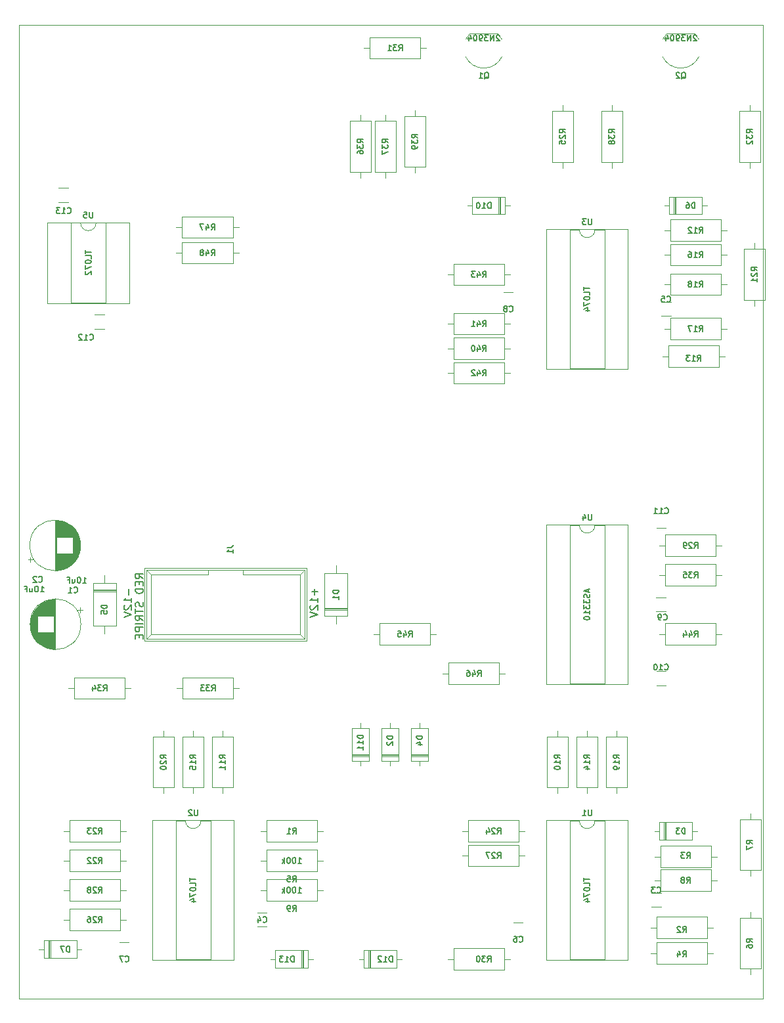
<source format=gbr>
%TF.GenerationSoftware,KiCad,Pcbnew,(5.1.9)-1*%
%TF.CreationDate,2021-10-01T12:29:47+01:00*%
%TF.ProjectId,KOSMOS Function Generator,4b4f534d-4f53-4204-9675-6e6374696f6e,rev?*%
%TF.SameCoordinates,Original*%
%TF.FileFunction,Legend,Bot*%
%TF.FilePolarity,Positive*%
%FSLAX46Y46*%
G04 Gerber Fmt 4.6, Leading zero omitted, Abs format (unit mm)*
G04 Created by KiCad (PCBNEW (5.1.9)-1) date 2021-10-01 12:29:47*
%MOMM*%
%LPD*%
G01*
G04 APERTURE LIST*
%TA.AperFunction,Profile*%
%ADD10C,0.050000*%
%TD*%
%ADD11C,0.120000*%
%ADD12C,0.150000*%
G04 APERTURE END LIST*
D10*
X19430000Y-142240000D02*
X19430000Y-16680000D01*
X115400000Y-142240000D02*
X19430000Y-142240000D01*
X115400000Y-16680000D02*
X115400000Y-142240000D01*
X19430000Y-16680000D02*
X115400000Y-16680000D01*
D11*
%TO.C,R45*%
X65945000Y-96620000D02*
X65945000Y-93880000D01*
X65945000Y-93880000D02*
X72485000Y-93880000D01*
X72485000Y-93880000D02*
X72485000Y-96620000D01*
X72485000Y-96620000D02*
X65945000Y-96620000D01*
X65175000Y-95250000D02*
X65945000Y-95250000D01*
X73255000Y-95250000D02*
X72485000Y-95250000D01*
%TO.C,R25*%
X89535000Y-27075000D02*
X89535000Y-27845000D01*
X89535000Y-35155000D02*
X89535000Y-34385000D01*
X90905000Y-27845000D02*
X90905000Y-34385000D01*
X88165000Y-27845000D02*
X90905000Y-27845000D01*
X88165000Y-34385000D02*
X88165000Y-27845000D01*
X90905000Y-34385000D02*
X88165000Y-34385000D01*
%TO.C,R21*%
X112930000Y-45625000D02*
X115670000Y-45625000D01*
X115670000Y-45625000D02*
X115670000Y-52165000D01*
X115670000Y-52165000D02*
X112930000Y-52165000D01*
X112930000Y-52165000D02*
X112930000Y-45625000D01*
X114300000Y-44855000D02*
X114300000Y-45625000D01*
X114300000Y-52935000D02*
X114300000Y-52165000D01*
%TO.C,R1*%
X51340000Y-122020000D02*
X51340000Y-119280000D01*
X51340000Y-119280000D02*
X57880000Y-119280000D01*
X57880000Y-119280000D02*
X57880000Y-122020000D01*
X57880000Y-122020000D02*
X51340000Y-122020000D01*
X50570000Y-120650000D02*
X51340000Y-120650000D01*
X58650000Y-120650000D02*
X57880000Y-120650000D01*
%TO.C,C1*%
X27420000Y-93980000D02*
G75*
G03*
X27420000Y-93980000I-3270000J0D01*
G01*
X24150000Y-90750000D02*
X24150000Y-97210000D01*
X24110000Y-90750000D02*
X24110000Y-97210000D01*
X24070000Y-90750000D02*
X24070000Y-97210000D01*
X24030000Y-90752000D02*
X24030000Y-97208000D01*
X23990000Y-90753000D02*
X23990000Y-97207000D01*
X23950000Y-90756000D02*
X23950000Y-97204000D01*
X23910000Y-90758000D02*
X23910000Y-92940000D01*
X23910000Y-95020000D02*
X23910000Y-97202000D01*
X23870000Y-90762000D02*
X23870000Y-92940000D01*
X23870000Y-95020000D02*
X23870000Y-97198000D01*
X23830000Y-90765000D02*
X23830000Y-92940000D01*
X23830000Y-95020000D02*
X23830000Y-97195000D01*
X23790000Y-90769000D02*
X23790000Y-92940000D01*
X23790000Y-95020000D02*
X23790000Y-97191000D01*
X23750000Y-90774000D02*
X23750000Y-92940000D01*
X23750000Y-95020000D02*
X23750000Y-97186000D01*
X23710000Y-90779000D02*
X23710000Y-92940000D01*
X23710000Y-95020000D02*
X23710000Y-97181000D01*
X23670000Y-90785000D02*
X23670000Y-92940000D01*
X23670000Y-95020000D02*
X23670000Y-97175000D01*
X23630000Y-90791000D02*
X23630000Y-92940000D01*
X23630000Y-95020000D02*
X23630000Y-97169000D01*
X23590000Y-90798000D02*
X23590000Y-92940000D01*
X23590000Y-95020000D02*
X23590000Y-97162000D01*
X23550000Y-90805000D02*
X23550000Y-92940000D01*
X23550000Y-95020000D02*
X23550000Y-97155000D01*
X23510000Y-90813000D02*
X23510000Y-92940000D01*
X23510000Y-95020000D02*
X23510000Y-97147000D01*
X23470000Y-90821000D02*
X23470000Y-92940000D01*
X23470000Y-95020000D02*
X23470000Y-97139000D01*
X23429000Y-90830000D02*
X23429000Y-92940000D01*
X23429000Y-95020000D02*
X23429000Y-97130000D01*
X23389000Y-90839000D02*
X23389000Y-92940000D01*
X23389000Y-95020000D02*
X23389000Y-97121000D01*
X23349000Y-90849000D02*
X23349000Y-92940000D01*
X23349000Y-95020000D02*
X23349000Y-97111000D01*
X23309000Y-90859000D02*
X23309000Y-92940000D01*
X23309000Y-95020000D02*
X23309000Y-97101000D01*
X23269000Y-90870000D02*
X23269000Y-92940000D01*
X23269000Y-95020000D02*
X23269000Y-97090000D01*
X23229000Y-90882000D02*
X23229000Y-92940000D01*
X23229000Y-95020000D02*
X23229000Y-97078000D01*
X23189000Y-90894000D02*
X23189000Y-92940000D01*
X23189000Y-95020000D02*
X23189000Y-97066000D01*
X23149000Y-90906000D02*
X23149000Y-92940000D01*
X23149000Y-95020000D02*
X23149000Y-97054000D01*
X23109000Y-90919000D02*
X23109000Y-92940000D01*
X23109000Y-95020000D02*
X23109000Y-97041000D01*
X23069000Y-90933000D02*
X23069000Y-92940000D01*
X23069000Y-95020000D02*
X23069000Y-97027000D01*
X23029000Y-90947000D02*
X23029000Y-92940000D01*
X23029000Y-95020000D02*
X23029000Y-97013000D01*
X22989000Y-90962000D02*
X22989000Y-92940000D01*
X22989000Y-95020000D02*
X22989000Y-96998000D01*
X22949000Y-90978000D02*
X22949000Y-92940000D01*
X22949000Y-95020000D02*
X22949000Y-96982000D01*
X22909000Y-90994000D02*
X22909000Y-92940000D01*
X22909000Y-95020000D02*
X22909000Y-96966000D01*
X22869000Y-91010000D02*
X22869000Y-92940000D01*
X22869000Y-95020000D02*
X22869000Y-96950000D01*
X22829000Y-91028000D02*
X22829000Y-92940000D01*
X22829000Y-95020000D02*
X22829000Y-96932000D01*
X22789000Y-91046000D02*
X22789000Y-92940000D01*
X22789000Y-95020000D02*
X22789000Y-96914000D01*
X22749000Y-91064000D02*
X22749000Y-92940000D01*
X22749000Y-95020000D02*
X22749000Y-96896000D01*
X22709000Y-91084000D02*
X22709000Y-92940000D01*
X22709000Y-95020000D02*
X22709000Y-96876000D01*
X22669000Y-91104000D02*
X22669000Y-92940000D01*
X22669000Y-95020000D02*
X22669000Y-96856000D01*
X22629000Y-91124000D02*
X22629000Y-92940000D01*
X22629000Y-95020000D02*
X22629000Y-96836000D01*
X22589000Y-91146000D02*
X22589000Y-92940000D01*
X22589000Y-95020000D02*
X22589000Y-96814000D01*
X22549000Y-91168000D02*
X22549000Y-92940000D01*
X22549000Y-95020000D02*
X22549000Y-96792000D01*
X22509000Y-91190000D02*
X22509000Y-92940000D01*
X22509000Y-95020000D02*
X22509000Y-96770000D01*
X22469000Y-91214000D02*
X22469000Y-92940000D01*
X22469000Y-95020000D02*
X22469000Y-96746000D01*
X22429000Y-91238000D02*
X22429000Y-92940000D01*
X22429000Y-95020000D02*
X22429000Y-96722000D01*
X22389000Y-91264000D02*
X22389000Y-92940000D01*
X22389000Y-95020000D02*
X22389000Y-96696000D01*
X22349000Y-91290000D02*
X22349000Y-92940000D01*
X22349000Y-95020000D02*
X22349000Y-96670000D01*
X22309000Y-91316000D02*
X22309000Y-92940000D01*
X22309000Y-95020000D02*
X22309000Y-96644000D01*
X22269000Y-91344000D02*
X22269000Y-92940000D01*
X22269000Y-95020000D02*
X22269000Y-96616000D01*
X22229000Y-91373000D02*
X22229000Y-92940000D01*
X22229000Y-95020000D02*
X22229000Y-96587000D01*
X22189000Y-91402000D02*
X22189000Y-92940000D01*
X22189000Y-95020000D02*
X22189000Y-96558000D01*
X22149000Y-91432000D02*
X22149000Y-92940000D01*
X22149000Y-95020000D02*
X22149000Y-96528000D01*
X22109000Y-91464000D02*
X22109000Y-92940000D01*
X22109000Y-95020000D02*
X22109000Y-96496000D01*
X22069000Y-91496000D02*
X22069000Y-92940000D01*
X22069000Y-95020000D02*
X22069000Y-96464000D01*
X22029000Y-91530000D02*
X22029000Y-92940000D01*
X22029000Y-95020000D02*
X22029000Y-96430000D01*
X21989000Y-91564000D02*
X21989000Y-92940000D01*
X21989000Y-95020000D02*
X21989000Y-96396000D01*
X21949000Y-91600000D02*
X21949000Y-92940000D01*
X21949000Y-95020000D02*
X21949000Y-96360000D01*
X21909000Y-91637000D02*
X21909000Y-92940000D01*
X21909000Y-95020000D02*
X21909000Y-96323000D01*
X21869000Y-91675000D02*
X21869000Y-92940000D01*
X21869000Y-95020000D02*
X21869000Y-96285000D01*
X21829000Y-91715000D02*
X21829000Y-96245000D01*
X21789000Y-91756000D02*
X21789000Y-96204000D01*
X21749000Y-91798000D02*
X21749000Y-96162000D01*
X21709000Y-91843000D02*
X21709000Y-96117000D01*
X21669000Y-91888000D02*
X21669000Y-96072000D01*
X21629000Y-91936000D02*
X21629000Y-96024000D01*
X21589000Y-91985000D02*
X21589000Y-95975000D01*
X21549000Y-92036000D02*
X21549000Y-95924000D01*
X21509000Y-92090000D02*
X21509000Y-95870000D01*
X21469000Y-92146000D02*
X21469000Y-95814000D01*
X21429000Y-92204000D02*
X21429000Y-95756000D01*
X21389000Y-92266000D02*
X21389000Y-95694000D01*
X21349000Y-92330000D02*
X21349000Y-95630000D01*
X21309000Y-92399000D02*
X21309000Y-95561000D01*
X21269000Y-92471000D02*
X21269000Y-95489000D01*
X21229000Y-92548000D02*
X21229000Y-95412000D01*
X21189000Y-92630000D02*
X21189000Y-95330000D01*
X21149000Y-92718000D02*
X21149000Y-95242000D01*
X21109000Y-92815000D02*
X21109000Y-95145000D01*
X21069000Y-92921000D02*
X21069000Y-95039000D01*
X21029000Y-93040000D02*
X21029000Y-94920000D01*
X20989000Y-93178000D02*
X20989000Y-94782000D01*
X20949000Y-93347000D02*
X20949000Y-94613000D01*
X20909000Y-93578000D02*
X20909000Y-94382000D01*
X27650241Y-92141000D02*
X27020241Y-92141000D01*
X27335241Y-91826000D02*
X27335241Y-92456000D01*
%TO.C,C2*%
X20924759Y-85974000D02*
X20924759Y-85344000D01*
X20609759Y-85659000D02*
X21239759Y-85659000D01*
X27351000Y-84222000D02*
X27351000Y-83418000D01*
X27311000Y-84453000D02*
X27311000Y-83187000D01*
X27271000Y-84622000D02*
X27271000Y-83018000D01*
X27231000Y-84760000D02*
X27231000Y-82880000D01*
X27191000Y-84879000D02*
X27191000Y-82761000D01*
X27151000Y-84985000D02*
X27151000Y-82655000D01*
X27111000Y-85082000D02*
X27111000Y-82558000D01*
X27071000Y-85170000D02*
X27071000Y-82470000D01*
X27031000Y-85252000D02*
X27031000Y-82388000D01*
X26991000Y-85329000D02*
X26991000Y-82311000D01*
X26951000Y-85401000D02*
X26951000Y-82239000D01*
X26911000Y-85470000D02*
X26911000Y-82170000D01*
X26871000Y-85534000D02*
X26871000Y-82106000D01*
X26831000Y-85596000D02*
X26831000Y-82044000D01*
X26791000Y-85654000D02*
X26791000Y-81986000D01*
X26751000Y-85710000D02*
X26751000Y-81930000D01*
X26711000Y-85764000D02*
X26711000Y-81876000D01*
X26671000Y-85815000D02*
X26671000Y-81825000D01*
X26631000Y-85864000D02*
X26631000Y-81776000D01*
X26591000Y-85912000D02*
X26591000Y-81728000D01*
X26551000Y-85957000D02*
X26551000Y-81683000D01*
X26511000Y-86002000D02*
X26511000Y-81638000D01*
X26471000Y-86044000D02*
X26471000Y-81596000D01*
X26431000Y-86085000D02*
X26431000Y-81555000D01*
X26391000Y-82780000D02*
X26391000Y-81515000D01*
X26391000Y-86125000D02*
X26391000Y-84860000D01*
X26351000Y-82780000D02*
X26351000Y-81477000D01*
X26351000Y-86163000D02*
X26351000Y-84860000D01*
X26311000Y-82780000D02*
X26311000Y-81440000D01*
X26311000Y-86200000D02*
X26311000Y-84860000D01*
X26271000Y-82780000D02*
X26271000Y-81404000D01*
X26271000Y-86236000D02*
X26271000Y-84860000D01*
X26231000Y-82780000D02*
X26231000Y-81370000D01*
X26231000Y-86270000D02*
X26231000Y-84860000D01*
X26191000Y-82780000D02*
X26191000Y-81336000D01*
X26191000Y-86304000D02*
X26191000Y-84860000D01*
X26151000Y-82780000D02*
X26151000Y-81304000D01*
X26151000Y-86336000D02*
X26151000Y-84860000D01*
X26111000Y-82780000D02*
X26111000Y-81272000D01*
X26111000Y-86368000D02*
X26111000Y-84860000D01*
X26071000Y-82780000D02*
X26071000Y-81242000D01*
X26071000Y-86398000D02*
X26071000Y-84860000D01*
X26031000Y-82780000D02*
X26031000Y-81213000D01*
X26031000Y-86427000D02*
X26031000Y-84860000D01*
X25991000Y-82780000D02*
X25991000Y-81184000D01*
X25991000Y-86456000D02*
X25991000Y-84860000D01*
X25951000Y-82780000D02*
X25951000Y-81156000D01*
X25951000Y-86484000D02*
X25951000Y-84860000D01*
X25911000Y-82780000D02*
X25911000Y-81130000D01*
X25911000Y-86510000D02*
X25911000Y-84860000D01*
X25871000Y-82780000D02*
X25871000Y-81104000D01*
X25871000Y-86536000D02*
X25871000Y-84860000D01*
X25831000Y-82780000D02*
X25831000Y-81078000D01*
X25831000Y-86562000D02*
X25831000Y-84860000D01*
X25791000Y-82780000D02*
X25791000Y-81054000D01*
X25791000Y-86586000D02*
X25791000Y-84860000D01*
X25751000Y-82780000D02*
X25751000Y-81030000D01*
X25751000Y-86610000D02*
X25751000Y-84860000D01*
X25711000Y-82780000D02*
X25711000Y-81008000D01*
X25711000Y-86632000D02*
X25711000Y-84860000D01*
X25671000Y-82780000D02*
X25671000Y-80986000D01*
X25671000Y-86654000D02*
X25671000Y-84860000D01*
X25631000Y-82780000D02*
X25631000Y-80964000D01*
X25631000Y-86676000D02*
X25631000Y-84860000D01*
X25591000Y-82780000D02*
X25591000Y-80944000D01*
X25591000Y-86696000D02*
X25591000Y-84860000D01*
X25551000Y-82780000D02*
X25551000Y-80924000D01*
X25551000Y-86716000D02*
X25551000Y-84860000D01*
X25511000Y-82780000D02*
X25511000Y-80904000D01*
X25511000Y-86736000D02*
X25511000Y-84860000D01*
X25471000Y-82780000D02*
X25471000Y-80886000D01*
X25471000Y-86754000D02*
X25471000Y-84860000D01*
X25431000Y-82780000D02*
X25431000Y-80868000D01*
X25431000Y-86772000D02*
X25431000Y-84860000D01*
X25391000Y-82780000D02*
X25391000Y-80850000D01*
X25391000Y-86790000D02*
X25391000Y-84860000D01*
X25351000Y-82780000D02*
X25351000Y-80834000D01*
X25351000Y-86806000D02*
X25351000Y-84860000D01*
X25311000Y-82780000D02*
X25311000Y-80818000D01*
X25311000Y-86822000D02*
X25311000Y-84860000D01*
X25271000Y-82780000D02*
X25271000Y-80802000D01*
X25271000Y-86838000D02*
X25271000Y-84860000D01*
X25231000Y-82780000D02*
X25231000Y-80787000D01*
X25231000Y-86853000D02*
X25231000Y-84860000D01*
X25191000Y-82780000D02*
X25191000Y-80773000D01*
X25191000Y-86867000D02*
X25191000Y-84860000D01*
X25151000Y-82780000D02*
X25151000Y-80759000D01*
X25151000Y-86881000D02*
X25151000Y-84860000D01*
X25111000Y-82780000D02*
X25111000Y-80746000D01*
X25111000Y-86894000D02*
X25111000Y-84860000D01*
X25071000Y-82780000D02*
X25071000Y-80734000D01*
X25071000Y-86906000D02*
X25071000Y-84860000D01*
X25031000Y-82780000D02*
X25031000Y-80722000D01*
X25031000Y-86918000D02*
X25031000Y-84860000D01*
X24991000Y-82780000D02*
X24991000Y-80710000D01*
X24991000Y-86930000D02*
X24991000Y-84860000D01*
X24951000Y-82780000D02*
X24951000Y-80699000D01*
X24951000Y-86941000D02*
X24951000Y-84860000D01*
X24911000Y-82780000D02*
X24911000Y-80689000D01*
X24911000Y-86951000D02*
X24911000Y-84860000D01*
X24871000Y-82780000D02*
X24871000Y-80679000D01*
X24871000Y-86961000D02*
X24871000Y-84860000D01*
X24831000Y-82780000D02*
X24831000Y-80670000D01*
X24831000Y-86970000D02*
X24831000Y-84860000D01*
X24790000Y-82780000D02*
X24790000Y-80661000D01*
X24790000Y-86979000D02*
X24790000Y-84860000D01*
X24750000Y-82780000D02*
X24750000Y-80653000D01*
X24750000Y-86987000D02*
X24750000Y-84860000D01*
X24710000Y-82780000D02*
X24710000Y-80645000D01*
X24710000Y-86995000D02*
X24710000Y-84860000D01*
X24670000Y-82780000D02*
X24670000Y-80638000D01*
X24670000Y-87002000D02*
X24670000Y-84860000D01*
X24630000Y-82780000D02*
X24630000Y-80631000D01*
X24630000Y-87009000D02*
X24630000Y-84860000D01*
X24590000Y-82780000D02*
X24590000Y-80625000D01*
X24590000Y-87015000D02*
X24590000Y-84860000D01*
X24550000Y-82780000D02*
X24550000Y-80619000D01*
X24550000Y-87021000D02*
X24550000Y-84860000D01*
X24510000Y-82780000D02*
X24510000Y-80614000D01*
X24510000Y-87026000D02*
X24510000Y-84860000D01*
X24470000Y-82780000D02*
X24470000Y-80609000D01*
X24470000Y-87031000D02*
X24470000Y-84860000D01*
X24430000Y-82780000D02*
X24430000Y-80605000D01*
X24430000Y-87035000D02*
X24430000Y-84860000D01*
X24390000Y-82780000D02*
X24390000Y-80602000D01*
X24390000Y-87038000D02*
X24390000Y-84860000D01*
X24350000Y-82780000D02*
X24350000Y-80598000D01*
X24350000Y-87042000D02*
X24350000Y-84860000D01*
X24310000Y-87044000D02*
X24310000Y-80596000D01*
X24270000Y-87047000D02*
X24270000Y-80593000D01*
X24230000Y-87048000D02*
X24230000Y-80592000D01*
X24190000Y-87050000D02*
X24190000Y-80590000D01*
X24150000Y-87050000D02*
X24150000Y-80590000D01*
X24110000Y-87050000D02*
X24110000Y-80590000D01*
X27380000Y-83820000D02*
G75*
G03*
X27380000Y-83820000I-3270000J0D01*
G01*
%TO.C,C3*%
X102249000Y-130460000D02*
X100991000Y-130460000D01*
X102249000Y-128620000D02*
X100991000Y-128620000D01*
%TO.C,C4*%
X50151000Y-133000000D02*
X51409000Y-133000000D01*
X50151000Y-131160000D02*
X51409000Y-131160000D01*
%TO.C,C5*%
X103519000Y-54260000D02*
X102261000Y-54260000D01*
X103519000Y-52420000D02*
X102261000Y-52420000D01*
%TO.C,C6*%
X83171000Y-134270000D02*
X84429000Y-134270000D01*
X83171000Y-132430000D02*
X84429000Y-132430000D01*
%TO.C,C7*%
X32371000Y-134970000D02*
X33629000Y-134970000D01*
X32371000Y-136810000D02*
X33629000Y-136810000D01*
%TO.C,C8*%
X81901000Y-51150000D02*
X83159000Y-51150000D01*
X81901000Y-52990000D02*
X83159000Y-52990000D01*
%TO.C,C9*%
X101586000Y-92360000D02*
X102844000Y-92360000D01*
X101586000Y-90520000D02*
X102844000Y-90520000D01*
%TO.C,C10*%
X102884000Y-100045000D02*
X101626000Y-100045000D01*
X102884000Y-101885000D02*
X101626000Y-101885000D01*
%TO.C,C11*%
X102884000Y-81565000D02*
X101626000Y-81565000D01*
X102884000Y-79725000D02*
X101626000Y-79725000D01*
%TO.C,D1*%
X61795000Y-92110000D02*
X58855000Y-92110000D01*
X61795000Y-91870000D02*
X58855000Y-91870000D01*
X61795000Y-91990000D02*
X58855000Y-91990000D01*
X60325000Y-86430000D02*
X60325000Y-87450000D01*
X60325000Y-93910000D02*
X60325000Y-92890000D01*
X61795000Y-87450000D02*
X61795000Y-92890000D01*
X58855000Y-87450000D02*
X61795000Y-87450000D01*
X58855000Y-92890000D02*
X58855000Y-87450000D01*
X61795000Y-92890000D02*
X58855000Y-92890000D01*
%TO.C,D2*%
X68430000Y-110994000D02*
X66190000Y-110994000D01*
X68430000Y-110754000D02*
X66190000Y-110754000D01*
X68430000Y-110874000D02*
X66190000Y-110874000D01*
X67310000Y-106704000D02*
X67310000Y-107354000D01*
X67310000Y-112244000D02*
X67310000Y-111594000D01*
X68430000Y-107354000D02*
X68430000Y-111594000D01*
X66190000Y-107354000D02*
X68430000Y-107354000D01*
X66190000Y-111594000D02*
X66190000Y-107354000D01*
X68430000Y-111594000D02*
X66190000Y-111594000D01*
%TO.C,D3*%
X102020000Y-121770000D02*
X102020000Y-119530000D01*
X102020000Y-119530000D02*
X106260000Y-119530000D01*
X106260000Y-119530000D02*
X106260000Y-121770000D01*
X106260000Y-121770000D02*
X102020000Y-121770000D01*
X101370000Y-120650000D02*
X102020000Y-120650000D01*
X106910000Y-120650000D02*
X106260000Y-120650000D01*
X102740000Y-121770000D02*
X102740000Y-119530000D01*
X102860000Y-121770000D02*
X102860000Y-119530000D01*
X102620000Y-121770000D02*
X102620000Y-119530000D01*
%TO.C,D4*%
X72240000Y-111594000D02*
X70000000Y-111594000D01*
X70000000Y-111594000D02*
X70000000Y-107354000D01*
X70000000Y-107354000D02*
X72240000Y-107354000D01*
X72240000Y-107354000D02*
X72240000Y-111594000D01*
X71120000Y-112244000D02*
X71120000Y-111594000D01*
X71120000Y-106704000D02*
X71120000Y-107354000D01*
X72240000Y-110874000D02*
X70000000Y-110874000D01*
X72240000Y-110754000D02*
X70000000Y-110754000D01*
X72240000Y-110994000D02*
X70000000Y-110994000D01*
%TO.C,D5*%
X29010000Y-88720000D02*
X31950000Y-88720000D01*
X31950000Y-88720000D02*
X31950000Y-94160000D01*
X31950000Y-94160000D02*
X29010000Y-94160000D01*
X29010000Y-94160000D02*
X29010000Y-88720000D01*
X30480000Y-87700000D02*
X30480000Y-88720000D01*
X30480000Y-95180000D02*
X30480000Y-94160000D01*
X29010000Y-89620000D02*
X31950000Y-89620000D01*
X29010000Y-89740000D02*
X31950000Y-89740000D01*
X29010000Y-89500000D02*
X31950000Y-89500000D01*
%TO.C,D6*%
X103290000Y-41125000D02*
X103290000Y-38885000D01*
X103290000Y-38885000D02*
X107530000Y-38885000D01*
X107530000Y-38885000D02*
X107530000Y-41125000D01*
X107530000Y-41125000D02*
X103290000Y-41125000D01*
X102640000Y-40005000D02*
X103290000Y-40005000D01*
X108180000Y-40005000D02*
X107530000Y-40005000D01*
X104010000Y-41125000D02*
X104010000Y-38885000D01*
X104130000Y-41125000D02*
X104130000Y-38885000D01*
X103890000Y-41125000D02*
X103890000Y-38885000D01*
%TO.C,D7*%
X23245000Y-137010000D02*
X23245000Y-134770000D01*
X23485000Y-137010000D02*
X23485000Y-134770000D01*
X23365000Y-137010000D02*
X23365000Y-134770000D01*
X27535000Y-135890000D02*
X26885000Y-135890000D01*
X21995000Y-135890000D02*
X22645000Y-135890000D01*
X26885000Y-137010000D02*
X22645000Y-137010000D01*
X26885000Y-134770000D02*
X26885000Y-137010000D01*
X22645000Y-134770000D02*
X26885000Y-134770000D01*
X22645000Y-137010000D02*
X22645000Y-134770000D01*
%TO.C,D10*%
X82130000Y-38885000D02*
X82130000Y-41125000D01*
X82130000Y-41125000D02*
X77890000Y-41125000D01*
X77890000Y-41125000D02*
X77890000Y-38885000D01*
X77890000Y-38885000D02*
X82130000Y-38885000D01*
X82780000Y-40005000D02*
X82130000Y-40005000D01*
X77240000Y-40005000D02*
X77890000Y-40005000D01*
X81410000Y-38885000D02*
X81410000Y-41125000D01*
X81290000Y-38885000D02*
X81290000Y-41125000D01*
X81530000Y-38885000D02*
X81530000Y-41125000D01*
%TO.C,D11*%
X64620000Y-110994000D02*
X62380000Y-110994000D01*
X64620000Y-110754000D02*
X62380000Y-110754000D01*
X64620000Y-110874000D02*
X62380000Y-110874000D01*
X63500000Y-106704000D02*
X63500000Y-107354000D01*
X63500000Y-112244000D02*
X63500000Y-111594000D01*
X64620000Y-107354000D02*
X64620000Y-111594000D01*
X62380000Y-107354000D02*
X64620000Y-107354000D01*
X62380000Y-111594000D02*
X62380000Y-107354000D01*
X64620000Y-111594000D02*
X62380000Y-111594000D01*
%TO.C,D12*%
X63920000Y-138280000D02*
X63920000Y-136040000D01*
X63920000Y-136040000D02*
X68160000Y-136040000D01*
X68160000Y-136040000D02*
X68160000Y-138280000D01*
X68160000Y-138280000D02*
X63920000Y-138280000D01*
X63270000Y-137160000D02*
X63920000Y-137160000D01*
X68810000Y-137160000D02*
X68160000Y-137160000D01*
X64640000Y-138280000D02*
X64640000Y-136040000D01*
X64760000Y-138280000D02*
X64760000Y-136040000D01*
X64520000Y-138280000D02*
X64520000Y-136040000D01*
%TO.C,D13*%
X56130000Y-136040000D02*
X56130000Y-138280000D01*
X55890000Y-136040000D02*
X55890000Y-138280000D01*
X56010000Y-136040000D02*
X56010000Y-138280000D01*
X51840000Y-137160000D02*
X52490000Y-137160000D01*
X57380000Y-137160000D02*
X56730000Y-137160000D01*
X52490000Y-136040000D02*
X56730000Y-136040000D01*
X52490000Y-138280000D02*
X52490000Y-136040000D01*
X56730000Y-138280000D02*
X52490000Y-138280000D01*
X56730000Y-136040000D02*
X56730000Y-138280000D01*
%TO.C,J1*%
X43840000Y-87570000D02*
X36460000Y-87570000D01*
X43840000Y-87070000D02*
X43840000Y-87550000D01*
X48340000Y-87570000D02*
X48340000Y-87060000D01*
X55710000Y-87570000D02*
X48360000Y-87570000D01*
X55710000Y-87570000D02*
X56210000Y-87070000D01*
X55710000Y-95320000D02*
X55710000Y-87570000D01*
X55710000Y-95320000D02*
X56260000Y-95870000D01*
X36460000Y-95320000D02*
X55710000Y-95320000D01*
X36460000Y-95320000D02*
X35910000Y-95870000D01*
X36460000Y-87570000D02*
X36460000Y-95320000D01*
X35910000Y-87020000D02*
X36460000Y-87570000D01*
X56260000Y-87020000D02*
X35910000Y-87020000D01*
X56260000Y-95870000D02*
X56260000Y-87020000D01*
X35910000Y-95870000D02*
X56260000Y-95870000D01*
X35910000Y-87020000D02*
X35910000Y-95870000D01*
X35660000Y-86765000D02*
X35660000Y-96115000D01*
X56520000Y-86765000D02*
X35660000Y-86765000D01*
X56520000Y-96115000D02*
X56520000Y-86765000D01*
X35660000Y-96115000D02*
X56520000Y-96115000D01*
%TO.C,Q1*%
X77575000Y-17835000D02*
X81175000Y-17835000D01*
X81699184Y-18562205D02*
G75*
G03*
X81175000Y-17835000I-2324184J-1122795D01*
G01*
X81731400Y-20783807D02*
G75*
G02*
X79375000Y-22285000I-2356400J1098807D01*
G01*
X77018600Y-20783807D02*
G75*
G03*
X79375000Y-22285000I2356400J1098807D01*
G01*
X77050816Y-18562205D02*
G75*
G02*
X77575000Y-17835000I2324184J-1122795D01*
G01*
%TO.C,Q2*%
X102975000Y-17835000D02*
X106575000Y-17835000D01*
X102450816Y-18562205D02*
G75*
G02*
X102975000Y-17835000I2324184J-1122795D01*
G01*
X102418600Y-20783807D02*
G75*
G03*
X104775000Y-22285000I2356400J1098807D01*
G01*
X107131400Y-20783807D02*
G75*
G02*
X104775000Y-22285000I-2356400J1098807D01*
G01*
X107099184Y-18562205D02*
G75*
G03*
X106575000Y-17835000I-2324184J-1122795D01*
G01*
%TO.C,R2*%
X108172000Y-131726000D02*
X108172000Y-134466000D01*
X108172000Y-134466000D02*
X101632000Y-134466000D01*
X101632000Y-134466000D02*
X101632000Y-131726000D01*
X101632000Y-131726000D02*
X108172000Y-131726000D01*
X108942000Y-133096000D02*
X108172000Y-133096000D01*
X100862000Y-133096000D02*
X101632000Y-133096000D01*
%TO.C,R3*%
X102140000Y-125322000D02*
X102140000Y-122582000D01*
X102140000Y-122582000D02*
X108680000Y-122582000D01*
X108680000Y-122582000D02*
X108680000Y-125322000D01*
X108680000Y-125322000D02*
X102140000Y-125322000D01*
X101370000Y-123952000D02*
X102140000Y-123952000D01*
X109450000Y-123952000D02*
X108680000Y-123952000D01*
%TO.C,R4*%
X108942000Y-136398000D02*
X108172000Y-136398000D01*
X100862000Y-136398000D02*
X101632000Y-136398000D01*
X108172000Y-137768000D02*
X101632000Y-137768000D01*
X108172000Y-135028000D02*
X108172000Y-137768000D01*
X101632000Y-135028000D02*
X108172000Y-135028000D01*
X101632000Y-137768000D02*
X101632000Y-135028000D01*
%TO.C,R5*%
X51340000Y-125830000D02*
X51340000Y-123090000D01*
X51340000Y-123090000D02*
X57880000Y-123090000D01*
X57880000Y-123090000D02*
X57880000Y-125830000D01*
X57880000Y-125830000D02*
X51340000Y-125830000D01*
X50570000Y-124460000D02*
X51340000Y-124460000D01*
X58650000Y-124460000D02*
X57880000Y-124460000D01*
%TO.C,R6*%
X112422000Y-131858000D02*
X115162000Y-131858000D01*
X115162000Y-131858000D02*
X115162000Y-138398000D01*
X115162000Y-138398000D02*
X112422000Y-138398000D01*
X112422000Y-138398000D02*
X112422000Y-131858000D01*
X113792000Y-131088000D02*
X113792000Y-131858000D01*
X113792000Y-139168000D02*
X113792000Y-138398000D01*
%TO.C,R7*%
X113792000Y-126468000D02*
X113792000Y-125698000D01*
X113792000Y-118388000D02*
X113792000Y-119158000D01*
X112422000Y-125698000D02*
X112422000Y-119158000D01*
X115162000Y-125698000D02*
X112422000Y-125698000D01*
X115162000Y-119158000D02*
X115162000Y-125698000D01*
X112422000Y-119158000D02*
X115162000Y-119158000D01*
%TO.C,R8*%
X102140000Y-128370000D02*
X102140000Y-125630000D01*
X102140000Y-125630000D02*
X108680000Y-125630000D01*
X108680000Y-125630000D02*
X108680000Y-128370000D01*
X108680000Y-128370000D02*
X102140000Y-128370000D01*
X101370000Y-127000000D02*
X102140000Y-127000000D01*
X109450000Y-127000000D02*
X108680000Y-127000000D01*
%TO.C,R9*%
X58650000Y-128270000D02*
X57880000Y-128270000D01*
X50570000Y-128270000D02*
X51340000Y-128270000D01*
X57880000Y-129640000D02*
X51340000Y-129640000D01*
X57880000Y-126900000D02*
X57880000Y-129640000D01*
X51340000Y-126900000D02*
X57880000Y-126900000D01*
X51340000Y-129640000D02*
X51340000Y-126900000D01*
%TO.C,R10*%
X87530000Y-108490000D02*
X90270000Y-108490000D01*
X90270000Y-108490000D02*
X90270000Y-115030000D01*
X90270000Y-115030000D02*
X87530000Y-115030000D01*
X87530000Y-115030000D02*
X87530000Y-108490000D01*
X88900000Y-107720000D02*
X88900000Y-108490000D01*
X88900000Y-115800000D02*
X88900000Y-115030000D01*
%TO.C,R11*%
X45720000Y-115800000D02*
X45720000Y-115030000D01*
X45720000Y-107720000D02*
X45720000Y-108490000D01*
X44350000Y-115030000D02*
X44350000Y-108490000D01*
X47090000Y-115030000D02*
X44350000Y-115030000D01*
X47090000Y-108490000D02*
X47090000Y-115030000D01*
X44350000Y-108490000D02*
X47090000Y-108490000D01*
%TO.C,R12*%
X102640000Y-43180000D02*
X103410000Y-43180000D01*
X110720000Y-43180000D02*
X109950000Y-43180000D01*
X103410000Y-41810000D02*
X109950000Y-41810000D01*
X103410000Y-44550000D02*
X103410000Y-41810000D01*
X109950000Y-44550000D02*
X103410000Y-44550000D01*
X109950000Y-41810000D02*
X109950000Y-44550000D01*
%TO.C,R13*%
X110466000Y-59436000D02*
X109696000Y-59436000D01*
X102386000Y-59436000D02*
X103156000Y-59436000D01*
X109696000Y-60806000D02*
X103156000Y-60806000D01*
X109696000Y-58066000D02*
X109696000Y-60806000D01*
X103156000Y-58066000D02*
X109696000Y-58066000D01*
X103156000Y-60806000D02*
X103156000Y-58066000D01*
%TO.C,R14*%
X92710000Y-107720000D02*
X92710000Y-108490000D01*
X92710000Y-115800000D02*
X92710000Y-115030000D01*
X94080000Y-108490000D02*
X94080000Y-115030000D01*
X91340000Y-108490000D02*
X94080000Y-108490000D01*
X91340000Y-115030000D02*
X91340000Y-108490000D01*
X94080000Y-115030000D02*
X91340000Y-115030000D01*
%TO.C,R15*%
X41910000Y-107720000D02*
X41910000Y-108490000D01*
X41910000Y-115800000D02*
X41910000Y-115030000D01*
X43280000Y-108490000D02*
X43280000Y-115030000D01*
X40540000Y-108490000D02*
X43280000Y-108490000D01*
X40540000Y-115030000D02*
X40540000Y-108490000D01*
X43280000Y-115030000D02*
X40540000Y-115030000D01*
%TO.C,R16*%
X103410000Y-47725000D02*
X103410000Y-44985000D01*
X103410000Y-44985000D02*
X109950000Y-44985000D01*
X109950000Y-44985000D02*
X109950000Y-47725000D01*
X109950000Y-47725000D02*
X103410000Y-47725000D01*
X102640000Y-46355000D02*
X103410000Y-46355000D01*
X110720000Y-46355000D02*
X109950000Y-46355000D01*
%TO.C,R17*%
X103410000Y-57250000D02*
X103410000Y-54510000D01*
X103410000Y-54510000D02*
X109950000Y-54510000D01*
X109950000Y-54510000D02*
X109950000Y-57250000D01*
X109950000Y-57250000D02*
X103410000Y-57250000D01*
X102640000Y-55880000D02*
X103410000Y-55880000D01*
X110720000Y-55880000D02*
X109950000Y-55880000D01*
%TO.C,R18*%
X110720000Y-50165000D02*
X109950000Y-50165000D01*
X102640000Y-50165000D02*
X103410000Y-50165000D01*
X109950000Y-51535000D02*
X103410000Y-51535000D01*
X109950000Y-48795000D02*
X109950000Y-51535000D01*
X103410000Y-48795000D02*
X109950000Y-48795000D01*
X103410000Y-51535000D02*
X103410000Y-48795000D01*
%TO.C,R19*%
X97890000Y-115030000D02*
X95150000Y-115030000D01*
X95150000Y-115030000D02*
X95150000Y-108490000D01*
X95150000Y-108490000D02*
X97890000Y-108490000D01*
X97890000Y-108490000D02*
X97890000Y-115030000D01*
X96520000Y-115800000D02*
X96520000Y-115030000D01*
X96520000Y-107720000D02*
X96520000Y-108490000D01*
%TO.C,R20*%
X39470000Y-115030000D02*
X36730000Y-115030000D01*
X36730000Y-115030000D02*
X36730000Y-108490000D01*
X36730000Y-108490000D02*
X39470000Y-108490000D01*
X39470000Y-108490000D02*
X39470000Y-115030000D01*
X38100000Y-115800000D02*
X38100000Y-115030000D01*
X38100000Y-107720000D02*
X38100000Y-108490000D01*
%TO.C,R22*%
X32480000Y-123090000D02*
X32480000Y-125830000D01*
X32480000Y-125830000D02*
X25940000Y-125830000D01*
X25940000Y-125830000D02*
X25940000Y-123090000D01*
X25940000Y-123090000D02*
X32480000Y-123090000D01*
X33250000Y-124460000D02*
X32480000Y-124460000D01*
X25170000Y-124460000D02*
X25940000Y-124460000D01*
%TO.C,R23*%
X25940000Y-122020000D02*
X25940000Y-119280000D01*
X25940000Y-119280000D02*
X32480000Y-119280000D01*
X32480000Y-119280000D02*
X32480000Y-122020000D01*
X32480000Y-122020000D02*
X25940000Y-122020000D01*
X25170000Y-120650000D02*
X25940000Y-120650000D01*
X33250000Y-120650000D02*
X32480000Y-120650000D01*
%TO.C,R24*%
X76605000Y-120650000D02*
X77375000Y-120650000D01*
X84685000Y-120650000D02*
X83915000Y-120650000D01*
X77375000Y-119280000D02*
X83915000Y-119280000D01*
X77375000Y-122020000D02*
X77375000Y-119280000D01*
X83915000Y-122020000D02*
X77375000Y-122020000D01*
X83915000Y-119280000D02*
X83915000Y-122020000D01*
%TO.C,R26*%
X25170000Y-132080000D02*
X25940000Y-132080000D01*
X33250000Y-132080000D02*
X32480000Y-132080000D01*
X25940000Y-130710000D02*
X32480000Y-130710000D01*
X25940000Y-133450000D02*
X25940000Y-130710000D01*
X32480000Y-133450000D02*
X25940000Y-133450000D01*
X32480000Y-130710000D02*
X32480000Y-133450000D01*
%TO.C,R27*%
X77375000Y-125195000D02*
X77375000Y-122455000D01*
X77375000Y-122455000D02*
X83915000Y-122455000D01*
X83915000Y-122455000D02*
X83915000Y-125195000D01*
X83915000Y-125195000D02*
X77375000Y-125195000D01*
X76605000Y-123825000D02*
X77375000Y-123825000D01*
X84685000Y-123825000D02*
X83915000Y-123825000D01*
%TO.C,R28*%
X33250000Y-128270000D02*
X32480000Y-128270000D01*
X25170000Y-128270000D02*
X25940000Y-128270000D01*
X32480000Y-129640000D02*
X25940000Y-129640000D01*
X32480000Y-126900000D02*
X32480000Y-129640000D01*
X25940000Y-126900000D02*
X32480000Y-126900000D01*
X25940000Y-129640000D02*
X25940000Y-126900000D01*
%TO.C,R29*%
X110085000Y-83820000D02*
X109315000Y-83820000D01*
X102005000Y-83820000D02*
X102775000Y-83820000D01*
X109315000Y-85190000D02*
X102775000Y-85190000D01*
X109315000Y-82450000D02*
X109315000Y-85190000D01*
X102775000Y-82450000D02*
X109315000Y-82450000D01*
X102775000Y-85190000D02*
X102775000Y-82450000D01*
%TO.C,R30*%
X82780000Y-137160000D02*
X82010000Y-137160000D01*
X74700000Y-137160000D02*
X75470000Y-137160000D01*
X82010000Y-138530000D02*
X75470000Y-138530000D01*
X82010000Y-135790000D02*
X82010000Y-138530000D01*
X75470000Y-135790000D02*
X82010000Y-135790000D01*
X75470000Y-138530000D02*
X75470000Y-135790000D01*
%TO.C,R31*%
X71215000Y-18315000D02*
X71215000Y-21055000D01*
X71215000Y-21055000D02*
X64675000Y-21055000D01*
X64675000Y-21055000D02*
X64675000Y-18315000D01*
X64675000Y-18315000D02*
X71215000Y-18315000D01*
X71985000Y-19685000D02*
X71215000Y-19685000D01*
X63905000Y-19685000D02*
X64675000Y-19685000D01*
%TO.C,R32*%
X115035000Y-34385000D02*
X112295000Y-34385000D01*
X112295000Y-34385000D02*
X112295000Y-27845000D01*
X112295000Y-27845000D02*
X115035000Y-27845000D01*
X115035000Y-27845000D02*
X115035000Y-34385000D01*
X113665000Y-35155000D02*
X113665000Y-34385000D01*
X113665000Y-27075000D02*
X113665000Y-27845000D01*
%TO.C,R33*%
X47855000Y-102235000D02*
X47085000Y-102235000D01*
X39775000Y-102235000D02*
X40545000Y-102235000D01*
X47085000Y-103605000D02*
X40545000Y-103605000D01*
X47085000Y-100865000D02*
X47085000Y-103605000D01*
X40545000Y-100865000D02*
X47085000Y-100865000D01*
X40545000Y-103605000D02*
X40545000Y-100865000D01*
%TO.C,R34*%
X33885000Y-102235000D02*
X33115000Y-102235000D01*
X25805000Y-102235000D02*
X26575000Y-102235000D01*
X33115000Y-103605000D02*
X26575000Y-103605000D01*
X33115000Y-100865000D02*
X33115000Y-103605000D01*
X26575000Y-100865000D02*
X33115000Y-100865000D01*
X26575000Y-103605000D02*
X26575000Y-100865000D01*
%TO.C,R35*%
X102775000Y-89000000D02*
X102775000Y-86260000D01*
X102775000Y-86260000D02*
X109315000Y-86260000D01*
X109315000Y-86260000D02*
X109315000Y-89000000D01*
X109315000Y-89000000D02*
X102775000Y-89000000D01*
X102005000Y-87630000D02*
X102775000Y-87630000D01*
X110085000Y-87630000D02*
X109315000Y-87630000D01*
%TO.C,R36*%
X62130000Y-29115000D02*
X64870000Y-29115000D01*
X64870000Y-29115000D02*
X64870000Y-35655000D01*
X64870000Y-35655000D02*
X62130000Y-35655000D01*
X62130000Y-35655000D02*
X62130000Y-29115000D01*
X63500000Y-28345000D02*
X63500000Y-29115000D01*
X63500000Y-36425000D02*
X63500000Y-35655000D01*
%TO.C,R37*%
X66675000Y-28345000D02*
X66675000Y-29115000D01*
X66675000Y-36425000D02*
X66675000Y-35655000D01*
X68045000Y-29115000D02*
X68045000Y-35655000D01*
X65305000Y-29115000D02*
X68045000Y-29115000D01*
X65305000Y-35655000D02*
X65305000Y-29115000D01*
X68045000Y-35655000D02*
X65305000Y-35655000D01*
%TO.C,R38*%
X94515000Y-27845000D02*
X97255000Y-27845000D01*
X97255000Y-27845000D02*
X97255000Y-34385000D01*
X97255000Y-34385000D02*
X94515000Y-34385000D01*
X94515000Y-34385000D02*
X94515000Y-27845000D01*
X95885000Y-27075000D02*
X95885000Y-27845000D01*
X95885000Y-35155000D02*
X95885000Y-34385000D01*
%TO.C,R39*%
X70485000Y-27710000D02*
X70485000Y-28480000D01*
X70485000Y-35790000D02*
X70485000Y-35020000D01*
X71855000Y-28480000D02*
X71855000Y-35020000D01*
X69115000Y-28480000D02*
X71855000Y-28480000D01*
X69115000Y-35020000D02*
X69115000Y-28480000D01*
X71855000Y-35020000D02*
X69115000Y-35020000D01*
%TO.C,R40*%
X75470000Y-59790000D02*
X75470000Y-57050000D01*
X75470000Y-57050000D02*
X82010000Y-57050000D01*
X82010000Y-57050000D02*
X82010000Y-59790000D01*
X82010000Y-59790000D02*
X75470000Y-59790000D01*
X74700000Y-58420000D02*
X75470000Y-58420000D01*
X82780000Y-58420000D02*
X82010000Y-58420000D01*
%TO.C,R41*%
X74700000Y-55245000D02*
X75470000Y-55245000D01*
X82780000Y-55245000D02*
X82010000Y-55245000D01*
X75470000Y-53875000D02*
X82010000Y-53875000D01*
X75470000Y-56615000D02*
X75470000Y-53875000D01*
X82010000Y-56615000D02*
X75470000Y-56615000D01*
X82010000Y-53875000D02*
X82010000Y-56615000D01*
%TO.C,R42*%
X82780000Y-61595000D02*
X82010000Y-61595000D01*
X74700000Y-61595000D02*
X75470000Y-61595000D01*
X82010000Y-62965000D02*
X75470000Y-62965000D01*
X82010000Y-60225000D02*
X82010000Y-62965000D01*
X75470000Y-60225000D02*
X82010000Y-60225000D01*
X75470000Y-62965000D02*
X75470000Y-60225000D01*
%TO.C,R43*%
X75470000Y-50265000D02*
X75470000Y-47525000D01*
X75470000Y-47525000D02*
X82010000Y-47525000D01*
X82010000Y-47525000D02*
X82010000Y-50265000D01*
X82010000Y-50265000D02*
X75470000Y-50265000D01*
X74700000Y-48895000D02*
X75470000Y-48895000D01*
X82780000Y-48895000D02*
X82010000Y-48895000D01*
%TO.C,R44*%
X110085000Y-95250000D02*
X109315000Y-95250000D01*
X102005000Y-95250000D02*
X102775000Y-95250000D01*
X109315000Y-96620000D02*
X102775000Y-96620000D01*
X109315000Y-93880000D02*
X109315000Y-96620000D01*
X102775000Y-93880000D02*
X109315000Y-93880000D01*
X102775000Y-96620000D02*
X102775000Y-93880000D01*
%TO.C,R46*%
X74835000Y-101700000D02*
X74835000Y-98960000D01*
X74835000Y-98960000D02*
X81375000Y-98960000D01*
X81375000Y-98960000D02*
X81375000Y-101700000D01*
X81375000Y-101700000D02*
X74835000Y-101700000D01*
X74065000Y-100330000D02*
X74835000Y-100330000D01*
X82145000Y-100330000D02*
X81375000Y-100330000D01*
%TO.C,U1*%
X87460000Y-119260000D02*
X97960000Y-119260000D01*
X87460000Y-137280000D02*
X87460000Y-119260000D01*
X97960000Y-137280000D02*
X87460000Y-137280000D01*
X97960000Y-119260000D02*
X97960000Y-137280000D01*
X90460000Y-119320000D02*
X91710000Y-119320000D01*
X90460000Y-137220000D02*
X90460000Y-119320000D01*
X94960000Y-137220000D02*
X90460000Y-137220000D01*
X94960000Y-119320000D02*
X94960000Y-137220000D01*
X93710000Y-119320000D02*
X94960000Y-119320000D01*
X91710000Y-119320000D02*
G75*
G03*
X93710000Y-119320000I1000000J0D01*
G01*
%TO.C,U2*%
X42910000Y-119320000D02*
X44160000Y-119320000D01*
X44160000Y-119320000D02*
X44160000Y-137220000D01*
X44160000Y-137220000D02*
X39660000Y-137220000D01*
X39660000Y-137220000D02*
X39660000Y-119320000D01*
X39660000Y-119320000D02*
X40910000Y-119320000D01*
X47160000Y-119260000D02*
X47160000Y-137280000D01*
X47160000Y-137280000D02*
X36660000Y-137280000D01*
X36660000Y-137280000D02*
X36660000Y-119260000D01*
X36660000Y-119260000D02*
X47160000Y-119260000D01*
X40910000Y-119320000D02*
G75*
G03*
X42910000Y-119320000I1000000J0D01*
G01*
%TO.C,U3*%
X93710000Y-43120000D02*
X94960000Y-43120000D01*
X94960000Y-43120000D02*
X94960000Y-61020000D01*
X94960000Y-61020000D02*
X90460000Y-61020000D01*
X90460000Y-61020000D02*
X90460000Y-43120000D01*
X90460000Y-43120000D02*
X91710000Y-43120000D01*
X97960000Y-43060000D02*
X97960000Y-61080000D01*
X97960000Y-61080000D02*
X87460000Y-61080000D01*
X87460000Y-61080000D02*
X87460000Y-43060000D01*
X87460000Y-43060000D02*
X97960000Y-43060000D01*
X91710000Y-43120000D02*
G75*
G03*
X93710000Y-43120000I1000000J0D01*
G01*
%TO.C,U4*%
X87460000Y-81160000D02*
X97960000Y-81160000D01*
X87460000Y-101720000D02*
X87460000Y-81160000D01*
X97960000Y-101720000D02*
X87460000Y-101720000D01*
X97960000Y-81160000D02*
X97960000Y-101720000D01*
X90460000Y-81220000D02*
X91710000Y-81220000D01*
X90460000Y-101660000D02*
X90460000Y-81220000D01*
X94960000Y-101660000D02*
X90460000Y-101660000D01*
X94960000Y-81220000D02*
X94960000Y-101660000D01*
X93710000Y-81220000D02*
X94960000Y-81220000D01*
X91710000Y-81220000D02*
G75*
G03*
X93710000Y-81220000I1000000J0D01*
G01*
%TO.C,C12*%
X29196000Y-55911000D02*
X30454000Y-55911000D01*
X29196000Y-54071000D02*
X30454000Y-54071000D01*
%TO.C,C13*%
X24560500Y-37751500D02*
X25818500Y-37751500D01*
X24560500Y-39591500D02*
X25818500Y-39591500D01*
%TO.C,R47*%
X47021500Y-41429000D02*
X47021500Y-44169000D01*
X47021500Y-44169000D02*
X40481500Y-44169000D01*
X40481500Y-44169000D02*
X40481500Y-41429000D01*
X40481500Y-41429000D02*
X47021500Y-41429000D01*
X47791500Y-42799000D02*
X47021500Y-42799000D01*
X39711500Y-42799000D02*
X40481500Y-42799000D01*
%TO.C,R48*%
X47791500Y-46101000D02*
X47021500Y-46101000D01*
X39711500Y-46101000D02*
X40481500Y-46101000D01*
X47021500Y-47471000D02*
X40481500Y-47471000D01*
X47021500Y-44731000D02*
X47021500Y-47471000D01*
X40481500Y-44731000D02*
X47021500Y-44731000D01*
X40481500Y-47471000D02*
X40481500Y-44731000D01*
%TO.C,U5*%
X29384500Y-42231000D02*
X30634500Y-42231000D01*
X30634500Y-42231000D02*
X30634500Y-52511000D01*
X30634500Y-52511000D02*
X26134500Y-52511000D01*
X26134500Y-52511000D02*
X26134500Y-42231000D01*
X26134500Y-42231000D02*
X27384500Y-42231000D01*
X33634500Y-42171000D02*
X33634500Y-52571000D01*
X33634500Y-52571000D02*
X23134500Y-52571000D01*
X23134500Y-52571000D02*
X23134500Y-42171000D01*
X23134500Y-42171000D02*
X33634500Y-42171000D01*
X27384500Y-42231000D02*
G75*
G03*
X29384500Y-42231000I1000000J0D01*
G01*
%TD*%
%TO.C,R45*%
D12*
X69697142Y-95589285D02*
X69947142Y-95232142D01*
X70125714Y-95589285D02*
X70125714Y-94839285D01*
X69840000Y-94839285D01*
X69768571Y-94875000D01*
X69732857Y-94910714D01*
X69697142Y-94982142D01*
X69697142Y-95089285D01*
X69732857Y-95160714D01*
X69768571Y-95196428D01*
X69840000Y-95232142D01*
X70125714Y-95232142D01*
X69054285Y-95089285D02*
X69054285Y-95589285D01*
X69232857Y-94803571D02*
X69411428Y-95339285D01*
X68947142Y-95339285D01*
X68304285Y-94839285D02*
X68661428Y-94839285D01*
X68697142Y-95196428D01*
X68661428Y-95160714D01*
X68590000Y-95125000D01*
X68411428Y-95125000D01*
X68340000Y-95160714D01*
X68304285Y-95196428D01*
X68268571Y-95267857D01*
X68268571Y-95446428D01*
X68304285Y-95517857D01*
X68340000Y-95553571D01*
X68411428Y-95589285D01*
X68590000Y-95589285D01*
X68661428Y-95553571D01*
X68697142Y-95517857D01*
%TO.C,R25*%
X89874285Y-30632857D02*
X89517142Y-30382857D01*
X89874285Y-30204285D02*
X89124285Y-30204285D01*
X89124285Y-30490000D01*
X89160000Y-30561428D01*
X89195714Y-30597142D01*
X89267142Y-30632857D01*
X89374285Y-30632857D01*
X89445714Y-30597142D01*
X89481428Y-30561428D01*
X89517142Y-30490000D01*
X89517142Y-30204285D01*
X89195714Y-30918571D02*
X89160000Y-30954285D01*
X89124285Y-31025714D01*
X89124285Y-31204285D01*
X89160000Y-31275714D01*
X89195714Y-31311428D01*
X89267142Y-31347142D01*
X89338571Y-31347142D01*
X89445714Y-31311428D01*
X89874285Y-30882857D01*
X89874285Y-31347142D01*
X89124285Y-32025714D02*
X89124285Y-31668571D01*
X89481428Y-31632857D01*
X89445714Y-31668571D01*
X89410000Y-31740000D01*
X89410000Y-31918571D01*
X89445714Y-31990000D01*
X89481428Y-32025714D01*
X89552857Y-32061428D01*
X89731428Y-32061428D01*
X89802857Y-32025714D01*
X89838571Y-31990000D01*
X89874285Y-31918571D01*
X89874285Y-31740000D01*
X89838571Y-31668571D01*
X89802857Y-31632857D01*
%TO.C,R21*%
X114639285Y-48412857D02*
X114282142Y-48162857D01*
X114639285Y-47984285D02*
X113889285Y-47984285D01*
X113889285Y-48270000D01*
X113925000Y-48341428D01*
X113960714Y-48377142D01*
X114032142Y-48412857D01*
X114139285Y-48412857D01*
X114210714Y-48377142D01*
X114246428Y-48341428D01*
X114282142Y-48270000D01*
X114282142Y-47984285D01*
X113960714Y-48698571D02*
X113925000Y-48734285D01*
X113889285Y-48805714D01*
X113889285Y-48984285D01*
X113925000Y-49055714D01*
X113960714Y-49091428D01*
X114032142Y-49127142D01*
X114103571Y-49127142D01*
X114210714Y-49091428D01*
X114639285Y-48662857D01*
X114639285Y-49127142D01*
X114639285Y-49841428D02*
X114639285Y-49412857D01*
X114639285Y-49627142D02*
X113889285Y-49627142D01*
X113996428Y-49555714D01*
X114067857Y-49484285D01*
X114103571Y-49412857D01*
%TO.C,R1*%
X54735000Y-120989285D02*
X54985000Y-120632142D01*
X55163571Y-120989285D02*
X55163571Y-120239285D01*
X54877857Y-120239285D01*
X54806428Y-120275000D01*
X54770714Y-120310714D01*
X54735000Y-120382142D01*
X54735000Y-120489285D01*
X54770714Y-120560714D01*
X54806428Y-120596428D01*
X54877857Y-120632142D01*
X55163571Y-120632142D01*
X54020714Y-120989285D02*
X54449285Y-120989285D01*
X54235000Y-120989285D02*
X54235000Y-120239285D01*
X54306428Y-120346428D01*
X54377857Y-120417857D01*
X54449285Y-120453571D01*
%TO.C,C1*%
X26525000Y-89847857D02*
X26560714Y-89883571D01*
X26667857Y-89919285D01*
X26739285Y-89919285D01*
X26846428Y-89883571D01*
X26917857Y-89812142D01*
X26953571Y-89740714D01*
X26989285Y-89597857D01*
X26989285Y-89490714D01*
X26953571Y-89347857D01*
X26917857Y-89276428D01*
X26846428Y-89205000D01*
X26739285Y-89169285D01*
X26667857Y-89169285D01*
X26560714Y-89205000D01*
X26525000Y-89240714D01*
X25810714Y-89919285D02*
X26239285Y-89919285D01*
X26025000Y-89919285D02*
X26025000Y-89169285D01*
X26096428Y-89276428D01*
X26167857Y-89347857D01*
X26239285Y-89383571D01*
X22203571Y-89819285D02*
X22632142Y-89819285D01*
X22417857Y-89819285D02*
X22417857Y-89069285D01*
X22489285Y-89176428D01*
X22560714Y-89247857D01*
X22632142Y-89283571D01*
X21739285Y-89069285D02*
X21667857Y-89069285D01*
X21596428Y-89105000D01*
X21560714Y-89140714D01*
X21525000Y-89212142D01*
X21489285Y-89355000D01*
X21489285Y-89533571D01*
X21525000Y-89676428D01*
X21560714Y-89747857D01*
X21596428Y-89783571D01*
X21667857Y-89819285D01*
X21739285Y-89819285D01*
X21810714Y-89783571D01*
X21846428Y-89747857D01*
X21882142Y-89676428D01*
X21917857Y-89533571D01*
X21917857Y-89355000D01*
X21882142Y-89212142D01*
X21846428Y-89140714D01*
X21810714Y-89105000D01*
X21739285Y-89069285D01*
X20846428Y-89319285D02*
X20846428Y-89819285D01*
X21167857Y-89319285D02*
X21167857Y-89712142D01*
X21132142Y-89783571D01*
X21060714Y-89819285D01*
X20953571Y-89819285D01*
X20882142Y-89783571D01*
X20846428Y-89747857D01*
X20239285Y-89426428D02*
X20489285Y-89426428D01*
X20489285Y-89819285D02*
X20489285Y-89069285D01*
X20132142Y-89069285D01*
%TO.C,C2*%
X21985000Y-88487857D02*
X22020714Y-88523571D01*
X22127857Y-88559285D01*
X22199285Y-88559285D01*
X22306428Y-88523571D01*
X22377857Y-88452142D01*
X22413571Y-88380714D01*
X22449285Y-88237857D01*
X22449285Y-88130714D01*
X22413571Y-87987857D01*
X22377857Y-87916428D01*
X22306428Y-87845000D01*
X22199285Y-87809285D01*
X22127857Y-87809285D01*
X22020714Y-87845000D01*
X21985000Y-87880714D01*
X21699285Y-87880714D02*
X21663571Y-87845000D01*
X21592142Y-87809285D01*
X21413571Y-87809285D01*
X21342142Y-87845000D01*
X21306428Y-87880714D01*
X21270714Y-87952142D01*
X21270714Y-88023571D01*
X21306428Y-88130714D01*
X21735000Y-88559285D01*
X21270714Y-88559285D01*
X27663571Y-88659285D02*
X28092142Y-88659285D01*
X27877857Y-88659285D02*
X27877857Y-87909285D01*
X27949285Y-88016428D01*
X28020714Y-88087857D01*
X28092142Y-88123571D01*
X27199285Y-87909285D02*
X27127857Y-87909285D01*
X27056428Y-87945000D01*
X27020714Y-87980714D01*
X26985000Y-88052142D01*
X26949285Y-88195000D01*
X26949285Y-88373571D01*
X26985000Y-88516428D01*
X27020714Y-88587857D01*
X27056428Y-88623571D01*
X27127857Y-88659285D01*
X27199285Y-88659285D01*
X27270714Y-88623571D01*
X27306428Y-88587857D01*
X27342142Y-88516428D01*
X27377857Y-88373571D01*
X27377857Y-88195000D01*
X27342142Y-88052142D01*
X27306428Y-87980714D01*
X27270714Y-87945000D01*
X27199285Y-87909285D01*
X26306428Y-88159285D02*
X26306428Y-88659285D01*
X26627857Y-88159285D02*
X26627857Y-88552142D01*
X26592142Y-88623571D01*
X26520714Y-88659285D01*
X26413571Y-88659285D01*
X26342142Y-88623571D01*
X26306428Y-88587857D01*
X25699285Y-88266428D02*
X25949285Y-88266428D01*
X25949285Y-88659285D02*
X25949285Y-87909285D01*
X25592142Y-87909285D01*
%TO.C,C3*%
X101725000Y-128537857D02*
X101760714Y-128573571D01*
X101867857Y-128609285D01*
X101939285Y-128609285D01*
X102046428Y-128573571D01*
X102117857Y-128502142D01*
X102153571Y-128430714D01*
X102189285Y-128287857D01*
X102189285Y-128180714D01*
X102153571Y-128037857D01*
X102117857Y-127966428D01*
X102046428Y-127895000D01*
X101939285Y-127859285D01*
X101867857Y-127859285D01*
X101760714Y-127895000D01*
X101725000Y-127930714D01*
X101475000Y-127859285D02*
X101010714Y-127859285D01*
X101260714Y-128145000D01*
X101153571Y-128145000D01*
X101082142Y-128180714D01*
X101046428Y-128216428D01*
X101010714Y-128287857D01*
X101010714Y-128466428D01*
X101046428Y-128537857D01*
X101082142Y-128573571D01*
X101153571Y-128609285D01*
X101367857Y-128609285D01*
X101439285Y-128573571D01*
X101475000Y-128537857D01*
%TO.C,C4*%
X50925000Y-132347857D02*
X50960714Y-132383571D01*
X51067857Y-132419285D01*
X51139285Y-132419285D01*
X51246428Y-132383571D01*
X51317857Y-132312142D01*
X51353571Y-132240714D01*
X51389285Y-132097857D01*
X51389285Y-131990714D01*
X51353571Y-131847857D01*
X51317857Y-131776428D01*
X51246428Y-131705000D01*
X51139285Y-131669285D01*
X51067857Y-131669285D01*
X50960714Y-131705000D01*
X50925000Y-131740714D01*
X50282142Y-131919285D02*
X50282142Y-132419285D01*
X50460714Y-131633571D02*
X50639285Y-132169285D01*
X50175000Y-132169285D01*
%TO.C,C5*%
X102995000Y-52337857D02*
X103030714Y-52373571D01*
X103137857Y-52409285D01*
X103209285Y-52409285D01*
X103316428Y-52373571D01*
X103387857Y-52302142D01*
X103423571Y-52230714D01*
X103459285Y-52087857D01*
X103459285Y-51980714D01*
X103423571Y-51837857D01*
X103387857Y-51766428D01*
X103316428Y-51695000D01*
X103209285Y-51659285D01*
X103137857Y-51659285D01*
X103030714Y-51695000D01*
X102995000Y-51730714D01*
X102316428Y-51659285D02*
X102673571Y-51659285D01*
X102709285Y-52016428D01*
X102673571Y-51980714D01*
X102602142Y-51945000D01*
X102423571Y-51945000D01*
X102352142Y-51980714D01*
X102316428Y-52016428D01*
X102280714Y-52087857D01*
X102280714Y-52266428D01*
X102316428Y-52337857D01*
X102352142Y-52373571D01*
X102423571Y-52409285D01*
X102602142Y-52409285D01*
X102673571Y-52373571D01*
X102709285Y-52337857D01*
%TO.C,C6*%
X83945000Y-134887857D02*
X83980714Y-134923571D01*
X84087857Y-134959285D01*
X84159285Y-134959285D01*
X84266428Y-134923571D01*
X84337857Y-134852142D01*
X84373571Y-134780714D01*
X84409285Y-134637857D01*
X84409285Y-134530714D01*
X84373571Y-134387857D01*
X84337857Y-134316428D01*
X84266428Y-134245000D01*
X84159285Y-134209285D01*
X84087857Y-134209285D01*
X83980714Y-134245000D01*
X83945000Y-134280714D01*
X83302142Y-134209285D02*
X83445000Y-134209285D01*
X83516428Y-134245000D01*
X83552142Y-134280714D01*
X83623571Y-134387857D01*
X83659285Y-134530714D01*
X83659285Y-134816428D01*
X83623571Y-134887857D01*
X83587857Y-134923571D01*
X83516428Y-134959285D01*
X83373571Y-134959285D01*
X83302142Y-134923571D01*
X83266428Y-134887857D01*
X83230714Y-134816428D01*
X83230714Y-134637857D01*
X83266428Y-134566428D01*
X83302142Y-134530714D01*
X83373571Y-134495000D01*
X83516428Y-134495000D01*
X83587857Y-134530714D01*
X83623571Y-134566428D01*
X83659285Y-134637857D01*
%TO.C,C7*%
X33145000Y-137427857D02*
X33180714Y-137463571D01*
X33287857Y-137499285D01*
X33359285Y-137499285D01*
X33466428Y-137463571D01*
X33537857Y-137392142D01*
X33573571Y-137320714D01*
X33609285Y-137177857D01*
X33609285Y-137070714D01*
X33573571Y-136927857D01*
X33537857Y-136856428D01*
X33466428Y-136785000D01*
X33359285Y-136749285D01*
X33287857Y-136749285D01*
X33180714Y-136785000D01*
X33145000Y-136820714D01*
X32895000Y-136749285D02*
X32395000Y-136749285D01*
X32716428Y-137499285D01*
%TO.C,C8*%
X82675000Y-53607857D02*
X82710714Y-53643571D01*
X82817857Y-53679285D01*
X82889285Y-53679285D01*
X82996428Y-53643571D01*
X83067857Y-53572142D01*
X83103571Y-53500714D01*
X83139285Y-53357857D01*
X83139285Y-53250714D01*
X83103571Y-53107857D01*
X83067857Y-53036428D01*
X82996428Y-52965000D01*
X82889285Y-52929285D01*
X82817857Y-52929285D01*
X82710714Y-52965000D01*
X82675000Y-53000714D01*
X82246428Y-53250714D02*
X82317857Y-53215000D01*
X82353571Y-53179285D01*
X82389285Y-53107857D01*
X82389285Y-53072142D01*
X82353571Y-53000714D01*
X82317857Y-52965000D01*
X82246428Y-52929285D01*
X82103571Y-52929285D01*
X82032142Y-52965000D01*
X81996428Y-53000714D01*
X81960714Y-53072142D01*
X81960714Y-53107857D01*
X81996428Y-53179285D01*
X82032142Y-53215000D01*
X82103571Y-53250714D01*
X82246428Y-53250714D01*
X82317857Y-53286428D01*
X82353571Y-53322142D01*
X82389285Y-53393571D01*
X82389285Y-53536428D01*
X82353571Y-53607857D01*
X82317857Y-53643571D01*
X82246428Y-53679285D01*
X82103571Y-53679285D01*
X82032142Y-53643571D01*
X81996428Y-53607857D01*
X81960714Y-53536428D01*
X81960714Y-53393571D01*
X81996428Y-53322142D01*
X82032142Y-53286428D01*
X82103571Y-53250714D01*
%TO.C,C9*%
X102559999Y-93367858D02*
X102595713Y-93403572D01*
X102702856Y-93439286D01*
X102774284Y-93439286D01*
X102881427Y-93403572D01*
X102952856Y-93332143D01*
X102988570Y-93260715D01*
X103024284Y-93117858D01*
X103024284Y-93010715D01*
X102988570Y-92867858D01*
X102952856Y-92796429D01*
X102881427Y-92725001D01*
X102774284Y-92689286D01*
X102702856Y-92689286D01*
X102595713Y-92725001D01*
X102559999Y-92760715D01*
X102202856Y-93439286D02*
X102059999Y-93439286D01*
X101988570Y-93403572D01*
X101952856Y-93367858D01*
X101881427Y-93260715D01*
X101845713Y-93117858D01*
X101845713Y-92832143D01*
X101881427Y-92760715D01*
X101917141Y-92725001D01*
X101988570Y-92689286D01*
X102131427Y-92689286D01*
X102202856Y-92725001D01*
X102238570Y-92760715D01*
X102274284Y-92832143D01*
X102274284Y-93010715D01*
X102238570Y-93082143D01*
X102202856Y-93117858D01*
X102131427Y-93153572D01*
X101988570Y-93153572D01*
X101917141Y-93117858D01*
X101881427Y-93082143D01*
X101845713Y-93010715D01*
%TO.C,C10*%
X102712143Y-99807856D02*
X102747858Y-99843570D01*
X102855001Y-99879284D01*
X102926429Y-99879284D01*
X103033572Y-99843570D01*
X103105001Y-99772141D01*
X103140715Y-99700713D01*
X103176429Y-99557856D01*
X103176429Y-99450713D01*
X103140715Y-99307856D01*
X103105001Y-99236427D01*
X103033572Y-99164999D01*
X102926429Y-99129284D01*
X102855001Y-99129284D01*
X102747858Y-99164999D01*
X102712143Y-99200713D01*
X101997858Y-99879284D02*
X102426429Y-99879284D01*
X102212143Y-99879284D02*
X102212143Y-99129284D01*
X102283572Y-99236427D01*
X102355001Y-99307856D01*
X102426429Y-99343570D01*
X101533572Y-99129284D02*
X101462143Y-99129284D01*
X101390715Y-99164999D01*
X101355001Y-99200713D01*
X101319286Y-99272141D01*
X101283572Y-99414999D01*
X101283572Y-99593570D01*
X101319286Y-99736427D01*
X101355001Y-99807856D01*
X101390715Y-99843570D01*
X101462143Y-99879284D01*
X101533572Y-99879284D01*
X101605001Y-99843570D01*
X101640715Y-99807856D01*
X101676429Y-99736427D01*
X101712143Y-99593570D01*
X101712143Y-99414999D01*
X101676429Y-99272141D01*
X101640715Y-99200713D01*
X101605001Y-99164999D01*
X101533572Y-99129284D01*
%TO.C,C11*%
X102717142Y-79642857D02*
X102752857Y-79678571D01*
X102860000Y-79714285D01*
X102931428Y-79714285D01*
X103038571Y-79678571D01*
X103110000Y-79607142D01*
X103145714Y-79535714D01*
X103181428Y-79392857D01*
X103181428Y-79285714D01*
X103145714Y-79142857D01*
X103110000Y-79071428D01*
X103038571Y-79000000D01*
X102931428Y-78964285D01*
X102860000Y-78964285D01*
X102752857Y-79000000D01*
X102717142Y-79035714D01*
X102002857Y-79714285D02*
X102431428Y-79714285D01*
X102217142Y-79714285D02*
X102217142Y-78964285D01*
X102288571Y-79071428D01*
X102360000Y-79142857D01*
X102431428Y-79178571D01*
X101288571Y-79714285D02*
X101717142Y-79714285D01*
X101502857Y-79714285D02*
X101502857Y-78964285D01*
X101574285Y-79071428D01*
X101645714Y-79142857D01*
X101717142Y-79178571D01*
%TO.C,D1*%
X60664285Y-89616428D02*
X59914285Y-89616428D01*
X59914285Y-89795000D01*
X59950000Y-89902142D01*
X60021428Y-89973571D01*
X60092857Y-90009285D01*
X60235714Y-90045000D01*
X60342857Y-90045000D01*
X60485714Y-90009285D01*
X60557142Y-89973571D01*
X60628571Y-89902142D01*
X60664285Y-89795000D01*
X60664285Y-89616428D01*
X60664285Y-90759285D02*
X60664285Y-90330714D01*
X60664285Y-90545000D02*
X59914285Y-90545000D01*
X60021428Y-90473571D01*
X60092857Y-90402142D01*
X60128571Y-90330714D01*
%TO.C,D2*%
X67649285Y-108412428D02*
X66899285Y-108412428D01*
X66899285Y-108591000D01*
X66935000Y-108698142D01*
X67006428Y-108769571D01*
X67077857Y-108805285D01*
X67220714Y-108841000D01*
X67327857Y-108841000D01*
X67470714Y-108805285D01*
X67542142Y-108769571D01*
X67613571Y-108698142D01*
X67649285Y-108591000D01*
X67649285Y-108412428D01*
X66970714Y-109126714D02*
X66935000Y-109162428D01*
X66899285Y-109233857D01*
X66899285Y-109412428D01*
X66935000Y-109483857D01*
X66970714Y-109519571D01*
X67042142Y-109555285D01*
X67113571Y-109555285D01*
X67220714Y-109519571D01*
X67649285Y-109091000D01*
X67649285Y-109555285D01*
%TO.C,D3*%
X105328571Y-120989285D02*
X105328571Y-120239285D01*
X105150000Y-120239285D01*
X105042857Y-120275000D01*
X104971428Y-120346428D01*
X104935714Y-120417857D01*
X104900000Y-120560714D01*
X104900000Y-120667857D01*
X104935714Y-120810714D01*
X104971428Y-120882142D01*
X105042857Y-120953571D01*
X105150000Y-120989285D01*
X105328571Y-120989285D01*
X104650000Y-120239285D02*
X104185714Y-120239285D01*
X104435714Y-120525000D01*
X104328571Y-120525000D01*
X104257142Y-120560714D01*
X104221428Y-120596428D01*
X104185714Y-120667857D01*
X104185714Y-120846428D01*
X104221428Y-120917857D01*
X104257142Y-120953571D01*
X104328571Y-120989285D01*
X104542857Y-120989285D01*
X104614285Y-120953571D01*
X104650000Y-120917857D01*
%TO.C,D4*%
X71459285Y-108412428D02*
X70709285Y-108412428D01*
X70709285Y-108591000D01*
X70745000Y-108698142D01*
X70816428Y-108769571D01*
X70887857Y-108805285D01*
X71030714Y-108841000D01*
X71137857Y-108841000D01*
X71280714Y-108805285D01*
X71352142Y-108769571D01*
X71423571Y-108698142D01*
X71459285Y-108591000D01*
X71459285Y-108412428D01*
X70959285Y-109483857D02*
X71459285Y-109483857D01*
X70673571Y-109305285D02*
X71209285Y-109126714D01*
X71209285Y-109591000D01*
%TO.C,D5*%
X30819285Y-91521428D02*
X30069285Y-91521428D01*
X30069285Y-91700000D01*
X30105000Y-91807142D01*
X30176428Y-91878571D01*
X30247857Y-91914285D01*
X30390714Y-91950000D01*
X30497857Y-91950000D01*
X30640714Y-91914285D01*
X30712142Y-91878571D01*
X30783571Y-91807142D01*
X30819285Y-91700000D01*
X30819285Y-91521428D01*
X30069285Y-92628571D02*
X30069285Y-92271428D01*
X30426428Y-92235714D01*
X30390714Y-92271428D01*
X30355000Y-92342857D01*
X30355000Y-92521428D01*
X30390714Y-92592857D01*
X30426428Y-92628571D01*
X30497857Y-92664285D01*
X30676428Y-92664285D01*
X30747857Y-92628571D01*
X30783571Y-92592857D01*
X30819285Y-92521428D01*
X30819285Y-92342857D01*
X30783571Y-92271428D01*
X30747857Y-92235714D01*
%TO.C,D6*%
X106598571Y-40344285D02*
X106598571Y-39594285D01*
X106420000Y-39594285D01*
X106312857Y-39630000D01*
X106241428Y-39701428D01*
X106205714Y-39772857D01*
X106170000Y-39915714D01*
X106170000Y-40022857D01*
X106205714Y-40165714D01*
X106241428Y-40237142D01*
X106312857Y-40308571D01*
X106420000Y-40344285D01*
X106598571Y-40344285D01*
X105527142Y-39594285D02*
X105670000Y-39594285D01*
X105741428Y-39630000D01*
X105777142Y-39665714D01*
X105848571Y-39772857D01*
X105884285Y-39915714D01*
X105884285Y-40201428D01*
X105848571Y-40272857D01*
X105812857Y-40308571D01*
X105741428Y-40344285D01*
X105598571Y-40344285D01*
X105527142Y-40308571D01*
X105491428Y-40272857D01*
X105455714Y-40201428D01*
X105455714Y-40022857D01*
X105491428Y-39951428D01*
X105527142Y-39915714D01*
X105598571Y-39880000D01*
X105741428Y-39880000D01*
X105812857Y-39915714D01*
X105848571Y-39951428D01*
X105884285Y-40022857D01*
%TO.C,D7*%
X25953571Y-136229285D02*
X25953571Y-135479285D01*
X25775000Y-135479285D01*
X25667857Y-135515000D01*
X25596428Y-135586428D01*
X25560714Y-135657857D01*
X25525000Y-135800714D01*
X25525000Y-135907857D01*
X25560714Y-136050714D01*
X25596428Y-136122142D01*
X25667857Y-136193571D01*
X25775000Y-136229285D01*
X25953571Y-136229285D01*
X25275000Y-135479285D02*
X24775000Y-135479285D01*
X25096428Y-136229285D01*
%TO.C,D10*%
X80285714Y-40344285D02*
X80285714Y-39594285D01*
X80107142Y-39594285D01*
X80000000Y-39630000D01*
X79928571Y-39701428D01*
X79892857Y-39772857D01*
X79857142Y-39915714D01*
X79857142Y-40022857D01*
X79892857Y-40165714D01*
X79928571Y-40237142D01*
X80000000Y-40308571D01*
X80107142Y-40344285D01*
X80285714Y-40344285D01*
X79142857Y-40344285D02*
X79571428Y-40344285D01*
X79357142Y-40344285D02*
X79357142Y-39594285D01*
X79428571Y-39701428D01*
X79500000Y-39772857D01*
X79571428Y-39808571D01*
X78678571Y-39594285D02*
X78607142Y-39594285D01*
X78535714Y-39630000D01*
X78500000Y-39665714D01*
X78464285Y-39737142D01*
X78428571Y-39880000D01*
X78428571Y-40058571D01*
X78464285Y-40201428D01*
X78500000Y-40272857D01*
X78535714Y-40308571D01*
X78607142Y-40344285D01*
X78678571Y-40344285D01*
X78750000Y-40308571D01*
X78785714Y-40272857D01*
X78821428Y-40201428D01*
X78857142Y-40058571D01*
X78857142Y-39880000D01*
X78821428Y-39737142D01*
X78785714Y-39665714D01*
X78750000Y-39630000D01*
X78678571Y-39594285D01*
%TO.C,D11*%
X63839285Y-108309285D02*
X63089285Y-108309285D01*
X63089285Y-108487857D01*
X63125000Y-108595000D01*
X63196428Y-108666428D01*
X63267857Y-108702142D01*
X63410714Y-108737857D01*
X63517857Y-108737857D01*
X63660714Y-108702142D01*
X63732142Y-108666428D01*
X63803571Y-108595000D01*
X63839285Y-108487857D01*
X63839285Y-108309285D01*
X63839285Y-109452142D02*
X63839285Y-109023571D01*
X63839285Y-109237857D02*
X63089285Y-109237857D01*
X63196428Y-109166428D01*
X63267857Y-109095000D01*
X63303571Y-109023571D01*
X63839285Y-110166428D02*
X63839285Y-109737857D01*
X63839285Y-109952142D02*
X63089285Y-109952142D01*
X63196428Y-109880714D01*
X63267857Y-109809285D01*
X63303571Y-109737857D01*
%TO.C,D12*%
X67585714Y-137499285D02*
X67585714Y-136749285D01*
X67407142Y-136749285D01*
X67300000Y-136785000D01*
X67228571Y-136856428D01*
X67192857Y-136927857D01*
X67157142Y-137070714D01*
X67157142Y-137177857D01*
X67192857Y-137320714D01*
X67228571Y-137392142D01*
X67300000Y-137463571D01*
X67407142Y-137499285D01*
X67585714Y-137499285D01*
X66442857Y-137499285D02*
X66871428Y-137499285D01*
X66657142Y-137499285D02*
X66657142Y-136749285D01*
X66728571Y-136856428D01*
X66800000Y-136927857D01*
X66871428Y-136963571D01*
X66157142Y-136820714D02*
X66121428Y-136785000D01*
X66050000Y-136749285D01*
X65871428Y-136749285D01*
X65800000Y-136785000D01*
X65764285Y-136820714D01*
X65728571Y-136892142D01*
X65728571Y-136963571D01*
X65764285Y-137070714D01*
X66192857Y-137499285D01*
X65728571Y-137499285D01*
%TO.C,D13*%
X54885714Y-137499285D02*
X54885714Y-136749285D01*
X54707142Y-136749285D01*
X54600000Y-136785000D01*
X54528571Y-136856428D01*
X54492857Y-136927857D01*
X54457142Y-137070714D01*
X54457142Y-137177857D01*
X54492857Y-137320714D01*
X54528571Y-137392142D01*
X54600000Y-137463571D01*
X54707142Y-137499285D01*
X54885714Y-137499285D01*
X53742857Y-137499285D02*
X54171428Y-137499285D01*
X53957142Y-137499285D02*
X53957142Y-136749285D01*
X54028571Y-136856428D01*
X54100000Y-136927857D01*
X54171428Y-136963571D01*
X53492857Y-136749285D02*
X53028571Y-136749285D01*
X53278571Y-137035000D01*
X53171428Y-137035000D01*
X53100000Y-137070714D01*
X53064285Y-137106428D01*
X53028571Y-137177857D01*
X53028571Y-137356428D01*
X53064285Y-137427857D01*
X53100000Y-137463571D01*
X53171428Y-137499285D01*
X53385714Y-137499285D01*
X53457142Y-137463571D01*
X53492857Y-137427857D01*
%TO.C,J1*%
X46269285Y-84070000D02*
X46805000Y-84070000D01*
X46912142Y-84034285D01*
X46983571Y-83962857D01*
X47019285Y-83855714D01*
X47019285Y-83784285D01*
X47019285Y-84820000D02*
X47019285Y-84391428D01*
X47019285Y-84605714D02*
X46269285Y-84605714D01*
X46376428Y-84534285D01*
X46447857Y-84462857D01*
X46483571Y-84391428D01*
X57581428Y-89408095D02*
X57581428Y-90170000D01*
X57962380Y-89789047D02*
X57200476Y-89789047D01*
X57962380Y-91170000D02*
X57962380Y-90598571D01*
X57962380Y-90884285D02*
X56962380Y-90884285D01*
X57105238Y-90789047D01*
X57200476Y-90693809D01*
X57248095Y-90598571D01*
X57057619Y-91550952D02*
X57010000Y-91598571D01*
X56962380Y-91693809D01*
X56962380Y-91931904D01*
X57010000Y-92027142D01*
X57057619Y-92074761D01*
X57152857Y-92122380D01*
X57248095Y-92122380D01*
X57390952Y-92074761D01*
X57962380Y-91503333D01*
X57962380Y-92122380D01*
X56962380Y-92408095D02*
X57962380Y-92741428D01*
X56962380Y-93074761D01*
X33581428Y-89408095D02*
X33581428Y-90170000D01*
X33962380Y-91170000D02*
X33962380Y-90598571D01*
X33962380Y-90884285D02*
X32962380Y-90884285D01*
X33105238Y-90789047D01*
X33200476Y-90693809D01*
X33248095Y-90598571D01*
X33057619Y-91550952D02*
X33010000Y-91598571D01*
X32962380Y-91693809D01*
X32962380Y-91931904D01*
X33010000Y-92027142D01*
X33057619Y-92074761D01*
X33152857Y-92122380D01*
X33248095Y-92122380D01*
X33390952Y-92074761D01*
X33962380Y-91503333D01*
X33962380Y-92122380D01*
X32962380Y-92408095D02*
X33962380Y-92741428D01*
X32962380Y-93074761D01*
X35462380Y-88098571D02*
X34986190Y-87765238D01*
X35462380Y-87527142D02*
X34462380Y-87527142D01*
X34462380Y-87908095D01*
X34510000Y-88003333D01*
X34557619Y-88050952D01*
X34652857Y-88098571D01*
X34795714Y-88098571D01*
X34890952Y-88050952D01*
X34938571Y-88003333D01*
X34986190Y-87908095D01*
X34986190Y-87527142D01*
X34938571Y-88527142D02*
X34938571Y-88860476D01*
X35462380Y-89003333D02*
X35462380Y-88527142D01*
X34462380Y-88527142D01*
X34462380Y-89003333D01*
X35462380Y-89431904D02*
X34462380Y-89431904D01*
X34462380Y-89670000D01*
X34510000Y-89812857D01*
X34605238Y-89908095D01*
X34700476Y-89955714D01*
X34890952Y-90003333D01*
X35033809Y-90003333D01*
X35224285Y-89955714D01*
X35319523Y-89908095D01*
X35414761Y-89812857D01*
X35462380Y-89670000D01*
X35462380Y-89431904D01*
X35414761Y-91146190D02*
X35462380Y-91289047D01*
X35462380Y-91527142D01*
X35414761Y-91622380D01*
X35367142Y-91670000D01*
X35271904Y-91717619D01*
X35176666Y-91717619D01*
X35081428Y-91670000D01*
X35033809Y-91622380D01*
X34986190Y-91527142D01*
X34938571Y-91336666D01*
X34890952Y-91241428D01*
X34843333Y-91193809D01*
X34748095Y-91146190D01*
X34652857Y-91146190D01*
X34557619Y-91193809D01*
X34510000Y-91241428D01*
X34462380Y-91336666D01*
X34462380Y-91574761D01*
X34510000Y-91717619D01*
X34462380Y-92003333D02*
X34462380Y-92574761D01*
X35462380Y-92289047D02*
X34462380Y-92289047D01*
X35462380Y-93479523D02*
X34986190Y-93146190D01*
X35462380Y-92908095D02*
X34462380Y-92908095D01*
X34462380Y-93289047D01*
X34510000Y-93384285D01*
X34557619Y-93431904D01*
X34652857Y-93479523D01*
X34795714Y-93479523D01*
X34890952Y-93431904D01*
X34938571Y-93384285D01*
X34986190Y-93289047D01*
X34986190Y-92908095D01*
X35462380Y-93908095D02*
X34462380Y-93908095D01*
X35462380Y-94384285D02*
X34462380Y-94384285D01*
X34462380Y-94765238D01*
X34510000Y-94860476D01*
X34557619Y-94908095D01*
X34652857Y-94955714D01*
X34795714Y-94955714D01*
X34890952Y-94908095D01*
X34938571Y-94860476D01*
X34986190Y-94765238D01*
X34986190Y-94384285D01*
X34938571Y-95384285D02*
X34938571Y-95717619D01*
X35462380Y-95860476D02*
X35462380Y-95384285D01*
X34462380Y-95384285D01*
X34462380Y-95860476D01*
%TO.C,Q1*%
X79446428Y-23655714D02*
X79517857Y-23620000D01*
X79589285Y-23548571D01*
X79696428Y-23441428D01*
X79767857Y-23405714D01*
X79839285Y-23405714D01*
X79803571Y-23584285D02*
X79875000Y-23548571D01*
X79946428Y-23477142D01*
X79982142Y-23334285D01*
X79982142Y-23084285D01*
X79946428Y-22941428D01*
X79875000Y-22870000D01*
X79803571Y-22834285D01*
X79660714Y-22834285D01*
X79589285Y-22870000D01*
X79517857Y-22941428D01*
X79482142Y-23084285D01*
X79482142Y-23334285D01*
X79517857Y-23477142D01*
X79589285Y-23548571D01*
X79660714Y-23584285D01*
X79803571Y-23584285D01*
X78767857Y-23584285D02*
X79196428Y-23584285D01*
X78982142Y-23584285D02*
X78982142Y-22834285D01*
X79053571Y-22941428D01*
X79125000Y-23012857D01*
X79196428Y-23048571D01*
X81410714Y-18075714D02*
X81375000Y-18040000D01*
X81303571Y-18004285D01*
X81125000Y-18004285D01*
X81053571Y-18040000D01*
X81017857Y-18075714D01*
X80982142Y-18147142D01*
X80982142Y-18218571D01*
X81017857Y-18325714D01*
X81446428Y-18754285D01*
X80982142Y-18754285D01*
X80660714Y-18754285D02*
X80660714Y-18004285D01*
X80232142Y-18754285D01*
X80232142Y-18004285D01*
X79946428Y-18004285D02*
X79482142Y-18004285D01*
X79732142Y-18290000D01*
X79625000Y-18290000D01*
X79553571Y-18325714D01*
X79517857Y-18361428D01*
X79482142Y-18432857D01*
X79482142Y-18611428D01*
X79517857Y-18682857D01*
X79553571Y-18718571D01*
X79625000Y-18754285D01*
X79839285Y-18754285D01*
X79910714Y-18718571D01*
X79946428Y-18682857D01*
X79125000Y-18754285D02*
X78982142Y-18754285D01*
X78910714Y-18718571D01*
X78875000Y-18682857D01*
X78803571Y-18575714D01*
X78767857Y-18432857D01*
X78767857Y-18147142D01*
X78803571Y-18075714D01*
X78839285Y-18040000D01*
X78910714Y-18004285D01*
X79053571Y-18004285D01*
X79125000Y-18040000D01*
X79160714Y-18075714D01*
X79196428Y-18147142D01*
X79196428Y-18325714D01*
X79160714Y-18397142D01*
X79125000Y-18432857D01*
X79053571Y-18468571D01*
X78910714Y-18468571D01*
X78839285Y-18432857D01*
X78803571Y-18397142D01*
X78767857Y-18325714D01*
X78303571Y-18004285D02*
X78232142Y-18004285D01*
X78160714Y-18040000D01*
X78125000Y-18075714D01*
X78089285Y-18147142D01*
X78053571Y-18290000D01*
X78053571Y-18468571D01*
X78089285Y-18611428D01*
X78125000Y-18682857D01*
X78160714Y-18718571D01*
X78232142Y-18754285D01*
X78303571Y-18754285D01*
X78375000Y-18718571D01*
X78410714Y-18682857D01*
X78446428Y-18611428D01*
X78482142Y-18468571D01*
X78482142Y-18290000D01*
X78446428Y-18147142D01*
X78410714Y-18075714D01*
X78375000Y-18040000D01*
X78303571Y-18004285D01*
X77410714Y-18254285D02*
X77410714Y-18754285D01*
X77589285Y-17968571D02*
X77767857Y-18504285D01*
X77303571Y-18504285D01*
%TO.C,Q2*%
X104846428Y-23655714D02*
X104917857Y-23620000D01*
X104989285Y-23548571D01*
X105096428Y-23441428D01*
X105167857Y-23405714D01*
X105239285Y-23405714D01*
X105203571Y-23584285D02*
X105275000Y-23548571D01*
X105346428Y-23477142D01*
X105382142Y-23334285D01*
X105382142Y-23084285D01*
X105346428Y-22941428D01*
X105275000Y-22870000D01*
X105203571Y-22834285D01*
X105060714Y-22834285D01*
X104989285Y-22870000D01*
X104917857Y-22941428D01*
X104882142Y-23084285D01*
X104882142Y-23334285D01*
X104917857Y-23477142D01*
X104989285Y-23548571D01*
X105060714Y-23584285D01*
X105203571Y-23584285D01*
X104596428Y-22905714D02*
X104560714Y-22870000D01*
X104489285Y-22834285D01*
X104310714Y-22834285D01*
X104239285Y-22870000D01*
X104203571Y-22905714D01*
X104167857Y-22977142D01*
X104167857Y-23048571D01*
X104203571Y-23155714D01*
X104632142Y-23584285D01*
X104167857Y-23584285D01*
X106810714Y-18075714D02*
X106775000Y-18040000D01*
X106703571Y-18004285D01*
X106525000Y-18004285D01*
X106453571Y-18040000D01*
X106417857Y-18075714D01*
X106382142Y-18147142D01*
X106382142Y-18218571D01*
X106417857Y-18325714D01*
X106846428Y-18754285D01*
X106382142Y-18754285D01*
X106060714Y-18754285D02*
X106060714Y-18004285D01*
X105632142Y-18754285D01*
X105632142Y-18004285D01*
X105346428Y-18004285D02*
X104882142Y-18004285D01*
X105132142Y-18290000D01*
X105025000Y-18290000D01*
X104953571Y-18325714D01*
X104917857Y-18361428D01*
X104882142Y-18432857D01*
X104882142Y-18611428D01*
X104917857Y-18682857D01*
X104953571Y-18718571D01*
X105025000Y-18754285D01*
X105239285Y-18754285D01*
X105310714Y-18718571D01*
X105346428Y-18682857D01*
X104525000Y-18754285D02*
X104382142Y-18754285D01*
X104310714Y-18718571D01*
X104275000Y-18682857D01*
X104203571Y-18575714D01*
X104167857Y-18432857D01*
X104167857Y-18147142D01*
X104203571Y-18075714D01*
X104239285Y-18040000D01*
X104310714Y-18004285D01*
X104453571Y-18004285D01*
X104525000Y-18040000D01*
X104560714Y-18075714D01*
X104596428Y-18147142D01*
X104596428Y-18325714D01*
X104560714Y-18397142D01*
X104525000Y-18432857D01*
X104453571Y-18468571D01*
X104310714Y-18468571D01*
X104239285Y-18432857D01*
X104203571Y-18397142D01*
X104167857Y-18325714D01*
X103703571Y-18004285D02*
X103632142Y-18004285D01*
X103560714Y-18040000D01*
X103525000Y-18075714D01*
X103489285Y-18147142D01*
X103453571Y-18290000D01*
X103453571Y-18468571D01*
X103489285Y-18611428D01*
X103525000Y-18682857D01*
X103560714Y-18718571D01*
X103632142Y-18754285D01*
X103703571Y-18754285D01*
X103775000Y-18718571D01*
X103810714Y-18682857D01*
X103846428Y-18611428D01*
X103882142Y-18468571D01*
X103882142Y-18290000D01*
X103846428Y-18147142D01*
X103810714Y-18075714D01*
X103775000Y-18040000D01*
X103703571Y-18004285D01*
X102810714Y-18254285D02*
X102810714Y-18754285D01*
X102989285Y-17968571D02*
X103167857Y-18504285D01*
X102703571Y-18504285D01*
%TO.C,R2*%
X105027000Y-133689285D02*
X105277000Y-133332142D01*
X105455571Y-133689285D02*
X105455571Y-132939285D01*
X105169857Y-132939285D01*
X105098428Y-132975000D01*
X105062714Y-133010714D01*
X105027000Y-133082142D01*
X105027000Y-133189285D01*
X105062714Y-133260714D01*
X105098428Y-133296428D01*
X105169857Y-133332142D01*
X105455571Y-133332142D01*
X104741285Y-133010714D02*
X104705571Y-132975000D01*
X104634142Y-132939285D01*
X104455571Y-132939285D01*
X104384142Y-132975000D01*
X104348428Y-133010714D01*
X104312714Y-133082142D01*
X104312714Y-133153571D01*
X104348428Y-133260714D01*
X104777000Y-133689285D01*
X104312714Y-133689285D01*
%TO.C,R3*%
X105535000Y-124164285D02*
X105785000Y-123807142D01*
X105963571Y-124164285D02*
X105963571Y-123414285D01*
X105677857Y-123414285D01*
X105606428Y-123450000D01*
X105570714Y-123485714D01*
X105535000Y-123557142D01*
X105535000Y-123664285D01*
X105570714Y-123735714D01*
X105606428Y-123771428D01*
X105677857Y-123807142D01*
X105963571Y-123807142D01*
X105285000Y-123414285D02*
X104820714Y-123414285D01*
X105070714Y-123700000D01*
X104963571Y-123700000D01*
X104892142Y-123735714D01*
X104856428Y-123771428D01*
X104820714Y-123842857D01*
X104820714Y-124021428D01*
X104856428Y-124092857D01*
X104892142Y-124128571D01*
X104963571Y-124164285D01*
X105177857Y-124164285D01*
X105249285Y-124128571D01*
X105285000Y-124092857D01*
%TO.C,R4*%
X105027000Y-136864285D02*
X105277000Y-136507142D01*
X105455571Y-136864285D02*
X105455571Y-136114285D01*
X105169857Y-136114285D01*
X105098428Y-136150000D01*
X105062714Y-136185714D01*
X105027000Y-136257142D01*
X105027000Y-136364285D01*
X105062714Y-136435714D01*
X105098428Y-136471428D01*
X105169857Y-136507142D01*
X105455571Y-136507142D01*
X104384142Y-136364285D02*
X104384142Y-136864285D01*
X104562714Y-136078571D02*
X104741285Y-136614285D01*
X104277000Y-136614285D01*
%TO.C,R5*%
X54735000Y-127169285D02*
X54985000Y-126812142D01*
X55163571Y-127169285D02*
X55163571Y-126419285D01*
X54877857Y-126419285D01*
X54806428Y-126455000D01*
X54770714Y-126490714D01*
X54735000Y-126562142D01*
X54735000Y-126669285D01*
X54770714Y-126740714D01*
X54806428Y-126776428D01*
X54877857Y-126812142D01*
X55163571Y-126812142D01*
X54056428Y-126419285D02*
X54413571Y-126419285D01*
X54449285Y-126776428D01*
X54413571Y-126740714D01*
X54342142Y-126705000D01*
X54163571Y-126705000D01*
X54092142Y-126740714D01*
X54056428Y-126776428D01*
X54020714Y-126847857D01*
X54020714Y-127026428D01*
X54056428Y-127097857D01*
X54092142Y-127133571D01*
X54163571Y-127169285D01*
X54342142Y-127169285D01*
X54413571Y-127133571D01*
X54449285Y-127097857D01*
X55413571Y-124799285D02*
X55842142Y-124799285D01*
X55627857Y-124799285D02*
X55627857Y-124049285D01*
X55699285Y-124156428D01*
X55770714Y-124227857D01*
X55842142Y-124263571D01*
X54949285Y-124049285D02*
X54877857Y-124049285D01*
X54806428Y-124085000D01*
X54770714Y-124120714D01*
X54735000Y-124192142D01*
X54699285Y-124335000D01*
X54699285Y-124513571D01*
X54735000Y-124656428D01*
X54770714Y-124727857D01*
X54806428Y-124763571D01*
X54877857Y-124799285D01*
X54949285Y-124799285D01*
X55020714Y-124763571D01*
X55056428Y-124727857D01*
X55092142Y-124656428D01*
X55127857Y-124513571D01*
X55127857Y-124335000D01*
X55092142Y-124192142D01*
X55056428Y-124120714D01*
X55020714Y-124085000D01*
X54949285Y-124049285D01*
X54235000Y-124049285D02*
X54163571Y-124049285D01*
X54092142Y-124085000D01*
X54056428Y-124120714D01*
X54020714Y-124192142D01*
X53985000Y-124335000D01*
X53985000Y-124513571D01*
X54020714Y-124656428D01*
X54056428Y-124727857D01*
X54092142Y-124763571D01*
X54163571Y-124799285D01*
X54235000Y-124799285D01*
X54306428Y-124763571D01*
X54342142Y-124727857D01*
X54377857Y-124656428D01*
X54413571Y-124513571D01*
X54413571Y-124335000D01*
X54377857Y-124192142D01*
X54342142Y-124120714D01*
X54306428Y-124085000D01*
X54235000Y-124049285D01*
X53663571Y-124799285D02*
X53663571Y-124049285D01*
X53592142Y-124513571D02*
X53377857Y-124799285D01*
X53377857Y-124299285D02*
X53663571Y-124585000D01*
%TO.C,R6*%
X114004285Y-135003000D02*
X113647142Y-134753000D01*
X114004285Y-134574428D02*
X113254285Y-134574428D01*
X113254285Y-134860142D01*
X113290000Y-134931571D01*
X113325714Y-134967285D01*
X113397142Y-135003000D01*
X113504285Y-135003000D01*
X113575714Y-134967285D01*
X113611428Y-134931571D01*
X113647142Y-134860142D01*
X113647142Y-134574428D01*
X113254285Y-135645857D02*
X113254285Y-135503000D01*
X113290000Y-135431571D01*
X113325714Y-135395857D01*
X113432857Y-135324428D01*
X113575714Y-135288714D01*
X113861428Y-135288714D01*
X113932857Y-135324428D01*
X113968571Y-135360142D01*
X114004285Y-135431571D01*
X114004285Y-135574428D01*
X113968571Y-135645857D01*
X113932857Y-135681571D01*
X113861428Y-135717285D01*
X113682857Y-135717285D01*
X113611428Y-135681571D01*
X113575714Y-135645857D01*
X113540000Y-135574428D01*
X113540000Y-135431571D01*
X113575714Y-135360142D01*
X113611428Y-135324428D01*
X113682857Y-135288714D01*
%TO.C,R7*%
X114004285Y-122303000D02*
X113647142Y-122053000D01*
X114004285Y-121874428D02*
X113254285Y-121874428D01*
X113254285Y-122160142D01*
X113290000Y-122231571D01*
X113325714Y-122267285D01*
X113397142Y-122303000D01*
X113504285Y-122303000D01*
X113575714Y-122267285D01*
X113611428Y-122231571D01*
X113647142Y-122160142D01*
X113647142Y-121874428D01*
X113254285Y-122553000D02*
X113254285Y-123053000D01*
X114004285Y-122731571D01*
%TO.C,R8*%
X105535000Y-127339285D02*
X105785000Y-126982142D01*
X105963571Y-127339285D02*
X105963571Y-126589285D01*
X105677857Y-126589285D01*
X105606428Y-126625000D01*
X105570714Y-126660714D01*
X105535000Y-126732142D01*
X105535000Y-126839285D01*
X105570714Y-126910714D01*
X105606428Y-126946428D01*
X105677857Y-126982142D01*
X105963571Y-126982142D01*
X105106428Y-126910714D02*
X105177857Y-126875000D01*
X105213571Y-126839285D01*
X105249285Y-126767857D01*
X105249285Y-126732142D01*
X105213571Y-126660714D01*
X105177857Y-126625000D01*
X105106428Y-126589285D01*
X104963571Y-126589285D01*
X104892142Y-126625000D01*
X104856428Y-126660714D01*
X104820714Y-126732142D01*
X104820714Y-126767857D01*
X104856428Y-126839285D01*
X104892142Y-126875000D01*
X104963571Y-126910714D01*
X105106428Y-126910714D01*
X105177857Y-126946428D01*
X105213571Y-126982142D01*
X105249285Y-127053571D01*
X105249285Y-127196428D01*
X105213571Y-127267857D01*
X105177857Y-127303571D01*
X105106428Y-127339285D01*
X104963571Y-127339285D01*
X104892142Y-127303571D01*
X104856428Y-127267857D01*
X104820714Y-127196428D01*
X104820714Y-127053571D01*
X104856428Y-126982142D01*
X104892142Y-126946428D01*
X104963571Y-126910714D01*
%TO.C,R9*%
X54735000Y-130979285D02*
X54985000Y-130622142D01*
X55163571Y-130979285D02*
X55163571Y-130229285D01*
X54877857Y-130229285D01*
X54806428Y-130265000D01*
X54770714Y-130300714D01*
X54735000Y-130372142D01*
X54735000Y-130479285D01*
X54770714Y-130550714D01*
X54806428Y-130586428D01*
X54877857Y-130622142D01*
X55163571Y-130622142D01*
X54377857Y-130979285D02*
X54235000Y-130979285D01*
X54163571Y-130943571D01*
X54127857Y-130907857D01*
X54056428Y-130800714D01*
X54020714Y-130657857D01*
X54020714Y-130372142D01*
X54056428Y-130300714D01*
X54092142Y-130265000D01*
X54163571Y-130229285D01*
X54306428Y-130229285D01*
X54377857Y-130265000D01*
X54413571Y-130300714D01*
X54449285Y-130372142D01*
X54449285Y-130550714D01*
X54413571Y-130622142D01*
X54377857Y-130657857D01*
X54306428Y-130693571D01*
X54163571Y-130693571D01*
X54092142Y-130657857D01*
X54056428Y-130622142D01*
X54020714Y-130550714D01*
X55413571Y-128609285D02*
X55842142Y-128609285D01*
X55627857Y-128609285D02*
X55627857Y-127859285D01*
X55699285Y-127966428D01*
X55770714Y-128037857D01*
X55842142Y-128073571D01*
X54949285Y-127859285D02*
X54877857Y-127859285D01*
X54806428Y-127895000D01*
X54770714Y-127930714D01*
X54735000Y-128002142D01*
X54699285Y-128145000D01*
X54699285Y-128323571D01*
X54735000Y-128466428D01*
X54770714Y-128537857D01*
X54806428Y-128573571D01*
X54877857Y-128609285D01*
X54949285Y-128609285D01*
X55020714Y-128573571D01*
X55056428Y-128537857D01*
X55092142Y-128466428D01*
X55127857Y-128323571D01*
X55127857Y-128145000D01*
X55092142Y-128002142D01*
X55056428Y-127930714D01*
X55020714Y-127895000D01*
X54949285Y-127859285D01*
X54235000Y-127859285D02*
X54163571Y-127859285D01*
X54092142Y-127895000D01*
X54056428Y-127930714D01*
X54020714Y-128002142D01*
X53985000Y-128145000D01*
X53985000Y-128323571D01*
X54020714Y-128466428D01*
X54056428Y-128537857D01*
X54092142Y-128573571D01*
X54163571Y-128609285D01*
X54235000Y-128609285D01*
X54306428Y-128573571D01*
X54342142Y-128537857D01*
X54377857Y-128466428D01*
X54413571Y-128323571D01*
X54413571Y-128145000D01*
X54377857Y-128002142D01*
X54342142Y-127930714D01*
X54306428Y-127895000D01*
X54235000Y-127859285D01*
X53663571Y-128609285D02*
X53663571Y-127859285D01*
X53592142Y-128323571D02*
X53377857Y-128609285D01*
X53377857Y-128109285D02*
X53663571Y-128395000D01*
%TO.C,R10*%
X89239285Y-111277857D02*
X88882142Y-111027857D01*
X89239285Y-110849285D02*
X88489285Y-110849285D01*
X88489285Y-111135000D01*
X88525000Y-111206428D01*
X88560714Y-111242142D01*
X88632142Y-111277857D01*
X88739285Y-111277857D01*
X88810714Y-111242142D01*
X88846428Y-111206428D01*
X88882142Y-111135000D01*
X88882142Y-110849285D01*
X89239285Y-111992142D02*
X89239285Y-111563571D01*
X89239285Y-111777857D02*
X88489285Y-111777857D01*
X88596428Y-111706428D01*
X88667857Y-111635000D01*
X88703571Y-111563571D01*
X88489285Y-112456428D02*
X88489285Y-112527857D01*
X88525000Y-112599285D01*
X88560714Y-112635000D01*
X88632142Y-112670714D01*
X88775000Y-112706428D01*
X88953571Y-112706428D01*
X89096428Y-112670714D01*
X89167857Y-112635000D01*
X89203571Y-112599285D01*
X89239285Y-112527857D01*
X89239285Y-112456428D01*
X89203571Y-112385000D01*
X89167857Y-112349285D01*
X89096428Y-112313571D01*
X88953571Y-112277857D01*
X88775000Y-112277857D01*
X88632142Y-112313571D01*
X88560714Y-112349285D01*
X88525000Y-112385000D01*
X88489285Y-112456428D01*
%TO.C,R11*%
X46059285Y-111277857D02*
X45702142Y-111027857D01*
X46059285Y-110849285D02*
X45309285Y-110849285D01*
X45309285Y-111135000D01*
X45345000Y-111206428D01*
X45380714Y-111242142D01*
X45452142Y-111277857D01*
X45559285Y-111277857D01*
X45630714Y-111242142D01*
X45666428Y-111206428D01*
X45702142Y-111135000D01*
X45702142Y-110849285D01*
X46059285Y-111992142D02*
X46059285Y-111563571D01*
X46059285Y-111777857D02*
X45309285Y-111777857D01*
X45416428Y-111706428D01*
X45487857Y-111635000D01*
X45523571Y-111563571D01*
X46059285Y-112706428D02*
X46059285Y-112277857D01*
X46059285Y-112492142D02*
X45309285Y-112492142D01*
X45416428Y-112420714D01*
X45487857Y-112349285D01*
X45523571Y-112277857D01*
%TO.C,R12*%
X107162142Y-43519285D02*
X107412142Y-43162142D01*
X107590714Y-43519285D02*
X107590714Y-42769285D01*
X107305000Y-42769285D01*
X107233571Y-42805000D01*
X107197857Y-42840714D01*
X107162142Y-42912142D01*
X107162142Y-43019285D01*
X107197857Y-43090714D01*
X107233571Y-43126428D01*
X107305000Y-43162142D01*
X107590714Y-43162142D01*
X106447857Y-43519285D02*
X106876428Y-43519285D01*
X106662142Y-43519285D02*
X106662142Y-42769285D01*
X106733571Y-42876428D01*
X106805000Y-42947857D01*
X106876428Y-42983571D01*
X106162142Y-42840714D02*
X106126428Y-42805000D01*
X106055000Y-42769285D01*
X105876428Y-42769285D01*
X105805000Y-42805000D01*
X105769285Y-42840714D01*
X105733571Y-42912142D01*
X105733571Y-42983571D01*
X105769285Y-43090714D01*
X106197857Y-43519285D01*
X105733571Y-43519285D01*
%TO.C,R13*%
X106908142Y-60029285D02*
X107158142Y-59672142D01*
X107336714Y-60029285D02*
X107336714Y-59279285D01*
X107051000Y-59279285D01*
X106979571Y-59315000D01*
X106943857Y-59350714D01*
X106908142Y-59422142D01*
X106908142Y-59529285D01*
X106943857Y-59600714D01*
X106979571Y-59636428D01*
X107051000Y-59672142D01*
X107336714Y-59672142D01*
X106193857Y-60029285D02*
X106622428Y-60029285D01*
X106408142Y-60029285D02*
X106408142Y-59279285D01*
X106479571Y-59386428D01*
X106551000Y-59457857D01*
X106622428Y-59493571D01*
X105943857Y-59279285D02*
X105479571Y-59279285D01*
X105729571Y-59565000D01*
X105622428Y-59565000D01*
X105551000Y-59600714D01*
X105515285Y-59636428D01*
X105479571Y-59707857D01*
X105479571Y-59886428D01*
X105515285Y-59957857D01*
X105551000Y-59993571D01*
X105622428Y-60029285D01*
X105836714Y-60029285D01*
X105908142Y-59993571D01*
X105943857Y-59957857D01*
%TO.C,R14*%
X93049285Y-111277857D02*
X92692142Y-111027857D01*
X93049285Y-110849285D02*
X92299285Y-110849285D01*
X92299285Y-111135000D01*
X92335000Y-111206428D01*
X92370714Y-111242142D01*
X92442142Y-111277857D01*
X92549285Y-111277857D01*
X92620714Y-111242142D01*
X92656428Y-111206428D01*
X92692142Y-111135000D01*
X92692142Y-110849285D01*
X93049285Y-111992142D02*
X93049285Y-111563571D01*
X93049285Y-111777857D02*
X92299285Y-111777857D01*
X92406428Y-111706428D01*
X92477857Y-111635000D01*
X92513571Y-111563571D01*
X92549285Y-112635000D02*
X93049285Y-112635000D01*
X92263571Y-112456428D02*
X92799285Y-112277857D01*
X92799285Y-112742142D01*
%TO.C,R15*%
X42249285Y-111277857D02*
X41892142Y-111027857D01*
X42249285Y-110849285D02*
X41499285Y-110849285D01*
X41499285Y-111135000D01*
X41535000Y-111206428D01*
X41570714Y-111242142D01*
X41642142Y-111277857D01*
X41749285Y-111277857D01*
X41820714Y-111242142D01*
X41856428Y-111206428D01*
X41892142Y-111135000D01*
X41892142Y-110849285D01*
X42249285Y-111992142D02*
X42249285Y-111563571D01*
X42249285Y-111777857D02*
X41499285Y-111777857D01*
X41606428Y-111706428D01*
X41677857Y-111635000D01*
X41713571Y-111563571D01*
X41499285Y-112670714D02*
X41499285Y-112313571D01*
X41856428Y-112277857D01*
X41820714Y-112313571D01*
X41785000Y-112385000D01*
X41785000Y-112563571D01*
X41820714Y-112635000D01*
X41856428Y-112670714D01*
X41927857Y-112706428D01*
X42106428Y-112706428D01*
X42177857Y-112670714D01*
X42213571Y-112635000D01*
X42249285Y-112563571D01*
X42249285Y-112385000D01*
X42213571Y-112313571D01*
X42177857Y-112277857D01*
%TO.C,R16*%
X107162142Y-46694285D02*
X107412142Y-46337142D01*
X107590714Y-46694285D02*
X107590714Y-45944285D01*
X107305000Y-45944285D01*
X107233571Y-45980000D01*
X107197857Y-46015714D01*
X107162142Y-46087142D01*
X107162142Y-46194285D01*
X107197857Y-46265714D01*
X107233571Y-46301428D01*
X107305000Y-46337142D01*
X107590714Y-46337142D01*
X106447857Y-46694285D02*
X106876428Y-46694285D01*
X106662142Y-46694285D02*
X106662142Y-45944285D01*
X106733571Y-46051428D01*
X106805000Y-46122857D01*
X106876428Y-46158571D01*
X105805000Y-45944285D02*
X105947857Y-45944285D01*
X106019285Y-45980000D01*
X106055000Y-46015714D01*
X106126428Y-46122857D01*
X106162142Y-46265714D01*
X106162142Y-46551428D01*
X106126428Y-46622857D01*
X106090714Y-46658571D01*
X106019285Y-46694285D01*
X105876428Y-46694285D01*
X105805000Y-46658571D01*
X105769285Y-46622857D01*
X105733571Y-46551428D01*
X105733571Y-46372857D01*
X105769285Y-46301428D01*
X105805000Y-46265714D01*
X105876428Y-46230000D01*
X106019285Y-46230000D01*
X106090714Y-46265714D01*
X106126428Y-46301428D01*
X106162142Y-46372857D01*
%TO.C,R17*%
X107162142Y-56219285D02*
X107412142Y-55862142D01*
X107590714Y-56219285D02*
X107590714Y-55469285D01*
X107305000Y-55469285D01*
X107233571Y-55505000D01*
X107197857Y-55540714D01*
X107162142Y-55612142D01*
X107162142Y-55719285D01*
X107197857Y-55790714D01*
X107233571Y-55826428D01*
X107305000Y-55862142D01*
X107590714Y-55862142D01*
X106447857Y-56219285D02*
X106876428Y-56219285D01*
X106662142Y-56219285D02*
X106662142Y-55469285D01*
X106733571Y-55576428D01*
X106805000Y-55647857D01*
X106876428Y-55683571D01*
X106197857Y-55469285D02*
X105697857Y-55469285D01*
X106019285Y-56219285D01*
%TO.C,R18*%
X107162142Y-50504285D02*
X107412142Y-50147142D01*
X107590714Y-50504285D02*
X107590714Y-49754285D01*
X107305000Y-49754285D01*
X107233571Y-49790000D01*
X107197857Y-49825714D01*
X107162142Y-49897142D01*
X107162142Y-50004285D01*
X107197857Y-50075714D01*
X107233571Y-50111428D01*
X107305000Y-50147142D01*
X107590714Y-50147142D01*
X106447857Y-50504285D02*
X106876428Y-50504285D01*
X106662142Y-50504285D02*
X106662142Y-49754285D01*
X106733571Y-49861428D01*
X106805000Y-49932857D01*
X106876428Y-49968571D01*
X106019285Y-50075714D02*
X106090714Y-50040000D01*
X106126428Y-50004285D01*
X106162142Y-49932857D01*
X106162142Y-49897142D01*
X106126428Y-49825714D01*
X106090714Y-49790000D01*
X106019285Y-49754285D01*
X105876428Y-49754285D01*
X105805000Y-49790000D01*
X105769285Y-49825714D01*
X105733571Y-49897142D01*
X105733571Y-49932857D01*
X105769285Y-50004285D01*
X105805000Y-50040000D01*
X105876428Y-50075714D01*
X106019285Y-50075714D01*
X106090714Y-50111428D01*
X106126428Y-50147142D01*
X106162142Y-50218571D01*
X106162142Y-50361428D01*
X106126428Y-50432857D01*
X106090714Y-50468571D01*
X106019285Y-50504285D01*
X105876428Y-50504285D01*
X105805000Y-50468571D01*
X105769285Y-50432857D01*
X105733571Y-50361428D01*
X105733571Y-50218571D01*
X105769285Y-50147142D01*
X105805000Y-50111428D01*
X105876428Y-50075714D01*
%TO.C,R19*%
X96859285Y-111277857D02*
X96502142Y-111027857D01*
X96859285Y-110849285D02*
X96109285Y-110849285D01*
X96109285Y-111135000D01*
X96145000Y-111206428D01*
X96180714Y-111242142D01*
X96252142Y-111277857D01*
X96359285Y-111277857D01*
X96430714Y-111242142D01*
X96466428Y-111206428D01*
X96502142Y-111135000D01*
X96502142Y-110849285D01*
X96859285Y-111992142D02*
X96859285Y-111563571D01*
X96859285Y-111777857D02*
X96109285Y-111777857D01*
X96216428Y-111706428D01*
X96287857Y-111635000D01*
X96323571Y-111563571D01*
X96859285Y-112349285D02*
X96859285Y-112492142D01*
X96823571Y-112563571D01*
X96787857Y-112599285D01*
X96680714Y-112670714D01*
X96537857Y-112706428D01*
X96252142Y-112706428D01*
X96180714Y-112670714D01*
X96145000Y-112635000D01*
X96109285Y-112563571D01*
X96109285Y-112420714D01*
X96145000Y-112349285D01*
X96180714Y-112313571D01*
X96252142Y-112277857D01*
X96430714Y-112277857D01*
X96502142Y-112313571D01*
X96537857Y-112349285D01*
X96573571Y-112420714D01*
X96573571Y-112563571D01*
X96537857Y-112635000D01*
X96502142Y-112670714D01*
X96430714Y-112706428D01*
%TO.C,R20*%
X38439285Y-111277857D02*
X38082142Y-111027857D01*
X38439285Y-110849285D02*
X37689285Y-110849285D01*
X37689285Y-111135000D01*
X37725000Y-111206428D01*
X37760714Y-111242142D01*
X37832142Y-111277857D01*
X37939285Y-111277857D01*
X38010714Y-111242142D01*
X38046428Y-111206428D01*
X38082142Y-111135000D01*
X38082142Y-110849285D01*
X37760714Y-111563571D02*
X37725000Y-111599285D01*
X37689285Y-111670714D01*
X37689285Y-111849285D01*
X37725000Y-111920714D01*
X37760714Y-111956428D01*
X37832142Y-111992142D01*
X37903571Y-111992142D01*
X38010714Y-111956428D01*
X38439285Y-111527857D01*
X38439285Y-111992142D01*
X37689285Y-112456428D02*
X37689285Y-112527857D01*
X37725000Y-112599285D01*
X37760714Y-112635000D01*
X37832142Y-112670714D01*
X37975000Y-112706428D01*
X38153571Y-112706428D01*
X38296428Y-112670714D01*
X38367857Y-112635000D01*
X38403571Y-112599285D01*
X38439285Y-112527857D01*
X38439285Y-112456428D01*
X38403571Y-112385000D01*
X38367857Y-112349285D01*
X38296428Y-112313571D01*
X38153571Y-112277857D01*
X37975000Y-112277857D01*
X37832142Y-112313571D01*
X37760714Y-112349285D01*
X37725000Y-112385000D01*
X37689285Y-112456428D01*
%TO.C,R22*%
X29692142Y-124799285D02*
X29942142Y-124442142D01*
X30120714Y-124799285D02*
X30120714Y-124049285D01*
X29835000Y-124049285D01*
X29763571Y-124085000D01*
X29727857Y-124120714D01*
X29692142Y-124192142D01*
X29692142Y-124299285D01*
X29727857Y-124370714D01*
X29763571Y-124406428D01*
X29835000Y-124442142D01*
X30120714Y-124442142D01*
X29406428Y-124120714D02*
X29370714Y-124085000D01*
X29299285Y-124049285D01*
X29120714Y-124049285D01*
X29049285Y-124085000D01*
X29013571Y-124120714D01*
X28977857Y-124192142D01*
X28977857Y-124263571D01*
X29013571Y-124370714D01*
X29442142Y-124799285D01*
X28977857Y-124799285D01*
X28692142Y-124120714D02*
X28656428Y-124085000D01*
X28585000Y-124049285D01*
X28406428Y-124049285D01*
X28335000Y-124085000D01*
X28299285Y-124120714D01*
X28263571Y-124192142D01*
X28263571Y-124263571D01*
X28299285Y-124370714D01*
X28727857Y-124799285D01*
X28263571Y-124799285D01*
%TO.C,R23*%
X29692142Y-120989285D02*
X29942142Y-120632142D01*
X30120714Y-120989285D02*
X30120714Y-120239285D01*
X29835000Y-120239285D01*
X29763571Y-120275000D01*
X29727857Y-120310714D01*
X29692142Y-120382142D01*
X29692142Y-120489285D01*
X29727857Y-120560714D01*
X29763571Y-120596428D01*
X29835000Y-120632142D01*
X30120714Y-120632142D01*
X29406428Y-120310714D02*
X29370714Y-120275000D01*
X29299285Y-120239285D01*
X29120714Y-120239285D01*
X29049285Y-120275000D01*
X29013571Y-120310714D01*
X28977857Y-120382142D01*
X28977857Y-120453571D01*
X29013571Y-120560714D01*
X29442142Y-120989285D01*
X28977857Y-120989285D01*
X28727857Y-120239285D02*
X28263571Y-120239285D01*
X28513571Y-120525000D01*
X28406428Y-120525000D01*
X28335000Y-120560714D01*
X28299285Y-120596428D01*
X28263571Y-120667857D01*
X28263571Y-120846428D01*
X28299285Y-120917857D01*
X28335000Y-120953571D01*
X28406428Y-120989285D01*
X28620714Y-120989285D01*
X28692142Y-120953571D01*
X28727857Y-120917857D01*
%TO.C,R24*%
X81127142Y-120989285D02*
X81377142Y-120632142D01*
X81555714Y-120989285D02*
X81555714Y-120239285D01*
X81270000Y-120239285D01*
X81198571Y-120275000D01*
X81162857Y-120310714D01*
X81127142Y-120382142D01*
X81127142Y-120489285D01*
X81162857Y-120560714D01*
X81198571Y-120596428D01*
X81270000Y-120632142D01*
X81555714Y-120632142D01*
X80841428Y-120310714D02*
X80805714Y-120275000D01*
X80734285Y-120239285D01*
X80555714Y-120239285D01*
X80484285Y-120275000D01*
X80448571Y-120310714D01*
X80412857Y-120382142D01*
X80412857Y-120453571D01*
X80448571Y-120560714D01*
X80877142Y-120989285D01*
X80412857Y-120989285D01*
X79770000Y-120489285D02*
X79770000Y-120989285D01*
X79948571Y-120203571D02*
X80127142Y-120739285D01*
X79662857Y-120739285D01*
%TO.C,R26*%
X29692142Y-132419285D02*
X29942142Y-132062142D01*
X30120714Y-132419285D02*
X30120714Y-131669285D01*
X29835000Y-131669285D01*
X29763571Y-131705000D01*
X29727857Y-131740714D01*
X29692142Y-131812142D01*
X29692142Y-131919285D01*
X29727857Y-131990714D01*
X29763571Y-132026428D01*
X29835000Y-132062142D01*
X30120714Y-132062142D01*
X29406428Y-131740714D02*
X29370714Y-131705000D01*
X29299285Y-131669285D01*
X29120714Y-131669285D01*
X29049285Y-131705000D01*
X29013571Y-131740714D01*
X28977857Y-131812142D01*
X28977857Y-131883571D01*
X29013571Y-131990714D01*
X29442142Y-132419285D01*
X28977857Y-132419285D01*
X28335000Y-131669285D02*
X28477857Y-131669285D01*
X28549285Y-131705000D01*
X28585000Y-131740714D01*
X28656428Y-131847857D01*
X28692142Y-131990714D01*
X28692142Y-132276428D01*
X28656428Y-132347857D01*
X28620714Y-132383571D01*
X28549285Y-132419285D01*
X28406428Y-132419285D01*
X28335000Y-132383571D01*
X28299285Y-132347857D01*
X28263571Y-132276428D01*
X28263571Y-132097857D01*
X28299285Y-132026428D01*
X28335000Y-131990714D01*
X28406428Y-131955000D01*
X28549285Y-131955000D01*
X28620714Y-131990714D01*
X28656428Y-132026428D01*
X28692142Y-132097857D01*
%TO.C,R27*%
X81127142Y-124164285D02*
X81377142Y-123807142D01*
X81555714Y-124164285D02*
X81555714Y-123414285D01*
X81270000Y-123414285D01*
X81198571Y-123450000D01*
X81162857Y-123485714D01*
X81127142Y-123557142D01*
X81127142Y-123664285D01*
X81162857Y-123735714D01*
X81198571Y-123771428D01*
X81270000Y-123807142D01*
X81555714Y-123807142D01*
X80841428Y-123485714D02*
X80805714Y-123450000D01*
X80734285Y-123414285D01*
X80555714Y-123414285D01*
X80484285Y-123450000D01*
X80448571Y-123485714D01*
X80412857Y-123557142D01*
X80412857Y-123628571D01*
X80448571Y-123735714D01*
X80877142Y-124164285D01*
X80412857Y-124164285D01*
X80162857Y-123414285D02*
X79662857Y-123414285D01*
X79984285Y-124164285D01*
%TO.C,R28*%
X29692142Y-128609285D02*
X29942142Y-128252142D01*
X30120714Y-128609285D02*
X30120714Y-127859285D01*
X29835000Y-127859285D01*
X29763571Y-127895000D01*
X29727857Y-127930714D01*
X29692142Y-128002142D01*
X29692142Y-128109285D01*
X29727857Y-128180714D01*
X29763571Y-128216428D01*
X29835000Y-128252142D01*
X30120714Y-128252142D01*
X29406428Y-127930714D02*
X29370714Y-127895000D01*
X29299285Y-127859285D01*
X29120714Y-127859285D01*
X29049285Y-127895000D01*
X29013571Y-127930714D01*
X28977857Y-128002142D01*
X28977857Y-128073571D01*
X29013571Y-128180714D01*
X29442142Y-128609285D01*
X28977857Y-128609285D01*
X28549285Y-128180714D02*
X28620714Y-128145000D01*
X28656428Y-128109285D01*
X28692142Y-128037857D01*
X28692142Y-128002142D01*
X28656428Y-127930714D01*
X28620714Y-127895000D01*
X28549285Y-127859285D01*
X28406428Y-127859285D01*
X28335000Y-127895000D01*
X28299285Y-127930714D01*
X28263571Y-128002142D01*
X28263571Y-128037857D01*
X28299285Y-128109285D01*
X28335000Y-128145000D01*
X28406428Y-128180714D01*
X28549285Y-128180714D01*
X28620714Y-128216428D01*
X28656428Y-128252142D01*
X28692142Y-128323571D01*
X28692142Y-128466428D01*
X28656428Y-128537857D01*
X28620714Y-128573571D01*
X28549285Y-128609285D01*
X28406428Y-128609285D01*
X28335000Y-128573571D01*
X28299285Y-128537857D01*
X28263571Y-128466428D01*
X28263571Y-128323571D01*
X28299285Y-128252142D01*
X28335000Y-128216428D01*
X28406428Y-128180714D01*
%TO.C,R29*%
X106527142Y-84159285D02*
X106777142Y-83802142D01*
X106955714Y-84159285D02*
X106955714Y-83409285D01*
X106670000Y-83409285D01*
X106598571Y-83445000D01*
X106562857Y-83480714D01*
X106527142Y-83552142D01*
X106527142Y-83659285D01*
X106562857Y-83730714D01*
X106598571Y-83766428D01*
X106670000Y-83802142D01*
X106955714Y-83802142D01*
X106241428Y-83480714D02*
X106205714Y-83445000D01*
X106134285Y-83409285D01*
X105955714Y-83409285D01*
X105884285Y-83445000D01*
X105848571Y-83480714D01*
X105812857Y-83552142D01*
X105812857Y-83623571D01*
X105848571Y-83730714D01*
X106277142Y-84159285D01*
X105812857Y-84159285D01*
X105455714Y-84159285D02*
X105312857Y-84159285D01*
X105241428Y-84123571D01*
X105205714Y-84087857D01*
X105134285Y-83980714D01*
X105098571Y-83837857D01*
X105098571Y-83552142D01*
X105134285Y-83480714D01*
X105170000Y-83445000D01*
X105241428Y-83409285D01*
X105384285Y-83409285D01*
X105455714Y-83445000D01*
X105491428Y-83480714D01*
X105527142Y-83552142D01*
X105527142Y-83730714D01*
X105491428Y-83802142D01*
X105455714Y-83837857D01*
X105384285Y-83873571D01*
X105241428Y-83873571D01*
X105170000Y-83837857D01*
X105134285Y-83802142D01*
X105098571Y-83730714D01*
%TO.C,R30*%
X79857142Y-137499285D02*
X80107142Y-137142142D01*
X80285714Y-137499285D02*
X80285714Y-136749285D01*
X80000000Y-136749285D01*
X79928571Y-136785000D01*
X79892857Y-136820714D01*
X79857142Y-136892142D01*
X79857142Y-136999285D01*
X79892857Y-137070714D01*
X79928571Y-137106428D01*
X80000000Y-137142142D01*
X80285714Y-137142142D01*
X79607142Y-136749285D02*
X79142857Y-136749285D01*
X79392857Y-137035000D01*
X79285714Y-137035000D01*
X79214285Y-137070714D01*
X79178571Y-137106428D01*
X79142857Y-137177857D01*
X79142857Y-137356428D01*
X79178571Y-137427857D01*
X79214285Y-137463571D01*
X79285714Y-137499285D01*
X79500000Y-137499285D01*
X79571428Y-137463571D01*
X79607142Y-137427857D01*
X78678571Y-136749285D02*
X78607142Y-136749285D01*
X78535714Y-136785000D01*
X78500000Y-136820714D01*
X78464285Y-136892142D01*
X78428571Y-137035000D01*
X78428571Y-137213571D01*
X78464285Y-137356428D01*
X78500000Y-137427857D01*
X78535714Y-137463571D01*
X78607142Y-137499285D01*
X78678571Y-137499285D01*
X78750000Y-137463571D01*
X78785714Y-137427857D01*
X78821428Y-137356428D01*
X78857142Y-137213571D01*
X78857142Y-137035000D01*
X78821428Y-136892142D01*
X78785714Y-136820714D01*
X78750000Y-136785000D01*
X78678571Y-136749285D01*
%TO.C,R31*%
X68427142Y-20024285D02*
X68677142Y-19667142D01*
X68855714Y-20024285D02*
X68855714Y-19274285D01*
X68570000Y-19274285D01*
X68498571Y-19310000D01*
X68462857Y-19345714D01*
X68427142Y-19417142D01*
X68427142Y-19524285D01*
X68462857Y-19595714D01*
X68498571Y-19631428D01*
X68570000Y-19667142D01*
X68855714Y-19667142D01*
X68177142Y-19274285D02*
X67712857Y-19274285D01*
X67962857Y-19560000D01*
X67855714Y-19560000D01*
X67784285Y-19595714D01*
X67748571Y-19631428D01*
X67712857Y-19702857D01*
X67712857Y-19881428D01*
X67748571Y-19952857D01*
X67784285Y-19988571D01*
X67855714Y-20024285D01*
X68070000Y-20024285D01*
X68141428Y-19988571D01*
X68177142Y-19952857D01*
X66998571Y-20024285D02*
X67427142Y-20024285D01*
X67212857Y-20024285D02*
X67212857Y-19274285D01*
X67284285Y-19381428D01*
X67355714Y-19452857D01*
X67427142Y-19488571D01*
%TO.C,R32*%
X114004285Y-30632857D02*
X113647142Y-30382857D01*
X114004285Y-30204285D02*
X113254285Y-30204285D01*
X113254285Y-30490000D01*
X113290000Y-30561428D01*
X113325714Y-30597142D01*
X113397142Y-30632857D01*
X113504285Y-30632857D01*
X113575714Y-30597142D01*
X113611428Y-30561428D01*
X113647142Y-30490000D01*
X113647142Y-30204285D01*
X113254285Y-30882857D02*
X113254285Y-31347142D01*
X113540000Y-31097142D01*
X113540000Y-31204285D01*
X113575714Y-31275714D01*
X113611428Y-31311428D01*
X113682857Y-31347142D01*
X113861428Y-31347142D01*
X113932857Y-31311428D01*
X113968571Y-31275714D01*
X114004285Y-31204285D01*
X114004285Y-30990000D01*
X113968571Y-30918571D01*
X113932857Y-30882857D01*
X113325714Y-31632857D02*
X113290000Y-31668571D01*
X113254285Y-31740000D01*
X113254285Y-31918571D01*
X113290000Y-31990000D01*
X113325714Y-32025714D01*
X113397142Y-32061428D01*
X113468571Y-32061428D01*
X113575714Y-32025714D01*
X114004285Y-31597142D01*
X114004285Y-32061428D01*
%TO.C,R33*%
X44297142Y-102574285D02*
X44547142Y-102217142D01*
X44725714Y-102574285D02*
X44725714Y-101824285D01*
X44440000Y-101824285D01*
X44368571Y-101860000D01*
X44332857Y-101895714D01*
X44297142Y-101967142D01*
X44297142Y-102074285D01*
X44332857Y-102145714D01*
X44368571Y-102181428D01*
X44440000Y-102217142D01*
X44725714Y-102217142D01*
X44047142Y-101824285D02*
X43582857Y-101824285D01*
X43832857Y-102110000D01*
X43725714Y-102110000D01*
X43654285Y-102145714D01*
X43618571Y-102181428D01*
X43582857Y-102252857D01*
X43582857Y-102431428D01*
X43618571Y-102502857D01*
X43654285Y-102538571D01*
X43725714Y-102574285D01*
X43940000Y-102574285D01*
X44011428Y-102538571D01*
X44047142Y-102502857D01*
X43332857Y-101824285D02*
X42868571Y-101824285D01*
X43118571Y-102110000D01*
X43011428Y-102110000D01*
X42940000Y-102145714D01*
X42904285Y-102181428D01*
X42868571Y-102252857D01*
X42868571Y-102431428D01*
X42904285Y-102502857D01*
X42940000Y-102538571D01*
X43011428Y-102574285D01*
X43225714Y-102574285D01*
X43297142Y-102538571D01*
X43332857Y-102502857D01*
%TO.C,R34*%
X30327142Y-102574285D02*
X30577142Y-102217142D01*
X30755714Y-102574285D02*
X30755714Y-101824285D01*
X30470000Y-101824285D01*
X30398571Y-101860000D01*
X30362857Y-101895714D01*
X30327142Y-101967142D01*
X30327142Y-102074285D01*
X30362857Y-102145714D01*
X30398571Y-102181428D01*
X30470000Y-102217142D01*
X30755714Y-102217142D01*
X30077142Y-101824285D02*
X29612857Y-101824285D01*
X29862857Y-102110000D01*
X29755714Y-102110000D01*
X29684285Y-102145714D01*
X29648571Y-102181428D01*
X29612857Y-102252857D01*
X29612857Y-102431428D01*
X29648571Y-102502857D01*
X29684285Y-102538571D01*
X29755714Y-102574285D01*
X29970000Y-102574285D01*
X30041428Y-102538571D01*
X30077142Y-102502857D01*
X28970000Y-102074285D02*
X28970000Y-102574285D01*
X29148571Y-101788571D02*
X29327142Y-102324285D01*
X28862857Y-102324285D01*
%TO.C,R35*%
X106527142Y-87969285D02*
X106777142Y-87612142D01*
X106955714Y-87969285D02*
X106955714Y-87219285D01*
X106670000Y-87219285D01*
X106598571Y-87255000D01*
X106562857Y-87290714D01*
X106527142Y-87362142D01*
X106527142Y-87469285D01*
X106562857Y-87540714D01*
X106598571Y-87576428D01*
X106670000Y-87612142D01*
X106955714Y-87612142D01*
X106277142Y-87219285D02*
X105812857Y-87219285D01*
X106062857Y-87505000D01*
X105955714Y-87505000D01*
X105884285Y-87540714D01*
X105848571Y-87576428D01*
X105812857Y-87647857D01*
X105812857Y-87826428D01*
X105848571Y-87897857D01*
X105884285Y-87933571D01*
X105955714Y-87969285D01*
X106170000Y-87969285D01*
X106241428Y-87933571D01*
X106277142Y-87897857D01*
X105134285Y-87219285D02*
X105491428Y-87219285D01*
X105527142Y-87576428D01*
X105491428Y-87540714D01*
X105420000Y-87505000D01*
X105241428Y-87505000D01*
X105170000Y-87540714D01*
X105134285Y-87576428D01*
X105098571Y-87647857D01*
X105098571Y-87826428D01*
X105134285Y-87897857D01*
X105170000Y-87933571D01*
X105241428Y-87969285D01*
X105420000Y-87969285D01*
X105491428Y-87933571D01*
X105527142Y-87897857D01*
%TO.C,R36*%
X63839285Y-31902857D02*
X63482142Y-31652857D01*
X63839285Y-31474285D02*
X63089285Y-31474285D01*
X63089285Y-31760000D01*
X63125000Y-31831428D01*
X63160714Y-31867142D01*
X63232142Y-31902857D01*
X63339285Y-31902857D01*
X63410714Y-31867142D01*
X63446428Y-31831428D01*
X63482142Y-31760000D01*
X63482142Y-31474285D01*
X63089285Y-32152857D02*
X63089285Y-32617142D01*
X63375000Y-32367142D01*
X63375000Y-32474285D01*
X63410714Y-32545714D01*
X63446428Y-32581428D01*
X63517857Y-32617142D01*
X63696428Y-32617142D01*
X63767857Y-32581428D01*
X63803571Y-32545714D01*
X63839285Y-32474285D01*
X63839285Y-32260000D01*
X63803571Y-32188571D01*
X63767857Y-32152857D01*
X63089285Y-33260000D02*
X63089285Y-33117142D01*
X63125000Y-33045714D01*
X63160714Y-33010000D01*
X63267857Y-32938571D01*
X63410714Y-32902857D01*
X63696428Y-32902857D01*
X63767857Y-32938571D01*
X63803571Y-32974285D01*
X63839285Y-33045714D01*
X63839285Y-33188571D01*
X63803571Y-33260000D01*
X63767857Y-33295714D01*
X63696428Y-33331428D01*
X63517857Y-33331428D01*
X63446428Y-33295714D01*
X63410714Y-33260000D01*
X63375000Y-33188571D01*
X63375000Y-33045714D01*
X63410714Y-32974285D01*
X63446428Y-32938571D01*
X63517857Y-32902857D01*
%TO.C,R37*%
X67014285Y-31902857D02*
X66657142Y-31652857D01*
X67014285Y-31474285D02*
X66264285Y-31474285D01*
X66264285Y-31760000D01*
X66300000Y-31831428D01*
X66335714Y-31867142D01*
X66407142Y-31902857D01*
X66514285Y-31902857D01*
X66585714Y-31867142D01*
X66621428Y-31831428D01*
X66657142Y-31760000D01*
X66657142Y-31474285D01*
X66264285Y-32152857D02*
X66264285Y-32617142D01*
X66550000Y-32367142D01*
X66550000Y-32474285D01*
X66585714Y-32545714D01*
X66621428Y-32581428D01*
X66692857Y-32617142D01*
X66871428Y-32617142D01*
X66942857Y-32581428D01*
X66978571Y-32545714D01*
X67014285Y-32474285D01*
X67014285Y-32260000D01*
X66978571Y-32188571D01*
X66942857Y-32152857D01*
X66264285Y-32867142D02*
X66264285Y-33367142D01*
X67014285Y-33045714D01*
%TO.C,R38*%
X96224285Y-30632857D02*
X95867142Y-30382857D01*
X96224285Y-30204285D02*
X95474285Y-30204285D01*
X95474285Y-30490000D01*
X95510000Y-30561428D01*
X95545714Y-30597142D01*
X95617142Y-30632857D01*
X95724285Y-30632857D01*
X95795714Y-30597142D01*
X95831428Y-30561428D01*
X95867142Y-30490000D01*
X95867142Y-30204285D01*
X95474285Y-30882857D02*
X95474285Y-31347142D01*
X95760000Y-31097142D01*
X95760000Y-31204285D01*
X95795714Y-31275714D01*
X95831428Y-31311428D01*
X95902857Y-31347142D01*
X96081428Y-31347142D01*
X96152857Y-31311428D01*
X96188571Y-31275714D01*
X96224285Y-31204285D01*
X96224285Y-30990000D01*
X96188571Y-30918571D01*
X96152857Y-30882857D01*
X95795714Y-31775714D02*
X95760000Y-31704285D01*
X95724285Y-31668571D01*
X95652857Y-31632857D01*
X95617142Y-31632857D01*
X95545714Y-31668571D01*
X95510000Y-31704285D01*
X95474285Y-31775714D01*
X95474285Y-31918571D01*
X95510000Y-31990000D01*
X95545714Y-32025714D01*
X95617142Y-32061428D01*
X95652857Y-32061428D01*
X95724285Y-32025714D01*
X95760000Y-31990000D01*
X95795714Y-31918571D01*
X95795714Y-31775714D01*
X95831428Y-31704285D01*
X95867142Y-31668571D01*
X95938571Y-31632857D01*
X96081428Y-31632857D01*
X96152857Y-31668571D01*
X96188571Y-31704285D01*
X96224285Y-31775714D01*
X96224285Y-31918571D01*
X96188571Y-31990000D01*
X96152857Y-32025714D01*
X96081428Y-32061428D01*
X95938571Y-32061428D01*
X95867142Y-32025714D01*
X95831428Y-31990000D01*
X95795714Y-31918571D01*
%TO.C,R39*%
X70824285Y-31267857D02*
X70467142Y-31017857D01*
X70824285Y-30839285D02*
X70074285Y-30839285D01*
X70074285Y-31125000D01*
X70110000Y-31196428D01*
X70145714Y-31232142D01*
X70217142Y-31267857D01*
X70324285Y-31267857D01*
X70395714Y-31232142D01*
X70431428Y-31196428D01*
X70467142Y-31125000D01*
X70467142Y-30839285D01*
X70074285Y-31517857D02*
X70074285Y-31982142D01*
X70360000Y-31732142D01*
X70360000Y-31839285D01*
X70395714Y-31910714D01*
X70431428Y-31946428D01*
X70502857Y-31982142D01*
X70681428Y-31982142D01*
X70752857Y-31946428D01*
X70788571Y-31910714D01*
X70824285Y-31839285D01*
X70824285Y-31625000D01*
X70788571Y-31553571D01*
X70752857Y-31517857D01*
X70824285Y-32339285D02*
X70824285Y-32482142D01*
X70788571Y-32553571D01*
X70752857Y-32589285D01*
X70645714Y-32660714D01*
X70502857Y-32696428D01*
X70217142Y-32696428D01*
X70145714Y-32660714D01*
X70110000Y-32625000D01*
X70074285Y-32553571D01*
X70074285Y-32410714D01*
X70110000Y-32339285D01*
X70145714Y-32303571D01*
X70217142Y-32267857D01*
X70395714Y-32267857D01*
X70467142Y-32303571D01*
X70502857Y-32339285D01*
X70538571Y-32410714D01*
X70538571Y-32553571D01*
X70502857Y-32625000D01*
X70467142Y-32660714D01*
X70395714Y-32696428D01*
%TO.C,R40*%
X79222142Y-58759285D02*
X79472142Y-58402142D01*
X79650714Y-58759285D02*
X79650714Y-58009285D01*
X79365000Y-58009285D01*
X79293571Y-58045000D01*
X79257857Y-58080714D01*
X79222142Y-58152142D01*
X79222142Y-58259285D01*
X79257857Y-58330714D01*
X79293571Y-58366428D01*
X79365000Y-58402142D01*
X79650714Y-58402142D01*
X78579285Y-58259285D02*
X78579285Y-58759285D01*
X78757857Y-57973571D02*
X78936428Y-58509285D01*
X78472142Y-58509285D01*
X78043571Y-58009285D02*
X77972142Y-58009285D01*
X77900714Y-58045000D01*
X77865000Y-58080714D01*
X77829285Y-58152142D01*
X77793571Y-58295000D01*
X77793571Y-58473571D01*
X77829285Y-58616428D01*
X77865000Y-58687857D01*
X77900714Y-58723571D01*
X77972142Y-58759285D01*
X78043571Y-58759285D01*
X78115000Y-58723571D01*
X78150714Y-58687857D01*
X78186428Y-58616428D01*
X78222142Y-58473571D01*
X78222142Y-58295000D01*
X78186428Y-58152142D01*
X78150714Y-58080714D01*
X78115000Y-58045000D01*
X78043571Y-58009285D01*
%TO.C,R41*%
X79222142Y-55584285D02*
X79472142Y-55227142D01*
X79650714Y-55584285D02*
X79650714Y-54834285D01*
X79365000Y-54834285D01*
X79293571Y-54870000D01*
X79257857Y-54905714D01*
X79222142Y-54977142D01*
X79222142Y-55084285D01*
X79257857Y-55155714D01*
X79293571Y-55191428D01*
X79365000Y-55227142D01*
X79650714Y-55227142D01*
X78579285Y-55084285D02*
X78579285Y-55584285D01*
X78757857Y-54798571D02*
X78936428Y-55334285D01*
X78472142Y-55334285D01*
X77793571Y-55584285D02*
X78222142Y-55584285D01*
X78007857Y-55584285D02*
X78007857Y-54834285D01*
X78079285Y-54941428D01*
X78150714Y-55012857D01*
X78222142Y-55048571D01*
%TO.C,R42*%
X79222142Y-61934285D02*
X79472142Y-61577142D01*
X79650714Y-61934285D02*
X79650714Y-61184285D01*
X79365000Y-61184285D01*
X79293571Y-61220000D01*
X79257857Y-61255714D01*
X79222142Y-61327142D01*
X79222142Y-61434285D01*
X79257857Y-61505714D01*
X79293571Y-61541428D01*
X79365000Y-61577142D01*
X79650714Y-61577142D01*
X78579285Y-61434285D02*
X78579285Y-61934285D01*
X78757857Y-61148571D02*
X78936428Y-61684285D01*
X78472142Y-61684285D01*
X78222142Y-61255714D02*
X78186428Y-61220000D01*
X78115000Y-61184285D01*
X77936428Y-61184285D01*
X77865000Y-61220000D01*
X77829285Y-61255714D01*
X77793571Y-61327142D01*
X77793571Y-61398571D01*
X77829285Y-61505714D01*
X78257857Y-61934285D01*
X77793571Y-61934285D01*
%TO.C,R43*%
X79222142Y-49234285D02*
X79472142Y-48877142D01*
X79650714Y-49234285D02*
X79650714Y-48484285D01*
X79365000Y-48484285D01*
X79293571Y-48520000D01*
X79257857Y-48555714D01*
X79222142Y-48627142D01*
X79222142Y-48734285D01*
X79257857Y-48805714D01*
X79293571Y-48841428D01*
X79365000Y-48877142D01*
X79650714Y-48877142D01*
X78579285Y-48734285D02*
X78579285Y-49234285D01*
X78757857Y-48448571D02*
X78936428Y-48984285D01*
X78472142Y-48984285D01*
X78257857Y-48484285D02*
X77793571Y-48484285D01*
X78043571Y-48770000D01*
X77936428Y-48770000D01*
X77865000Y-48805714D01*
X77829285Y-48841428D01*
X77793571Y-48912857D01*
X77793571Y-49091428D01*
X77829285Y-49162857D01*
X77865000Y-49198571D01*
X77936428Y-49234285D01*
X78150714Y-49234285D01*
X78222142Y-49198571D01*
X78257857Y-49162857D01*
%TO.C,R44*%
X106527142Y-95589285D02*
X106777142Y-95232142D01*
X106955714Y-95589285D02*
X106955714Y-94839285D01*
X106670000Y-94839285D01*
X106598571Y-94875000D01*
X106562857Y-94910714D01*
X106527142Y-94982142D01*
X106527142Y-95089285D01*
X106562857Y-95160714D01*
X106598571Y-95196428D01*
X106670000Y-95232142D01*
X106955714Y-95232142D01*
X105884285Y-95089285D02*
X105884285Y-95589285D01*
X106062857Y-94803571D02*
X106241428Y-95339285D01*
X105777142Y-95339285D01*
X105170000Y-95089285D02*
X105170000Y-95589285D01*
X105348571Y-94803571D02*
X105527142Y-95339285D01*
X105062857Y-95339285D01*
%TO.C,R46*%
X78587142Y-100669285D02*
X78837142Y-100312142D01*
X79015714Y-100669285D02*
X79015714Y-99919285D01*
X78730000Y-99919285D01*
X78658571Y-99955000D01*
X78622857Y-99990714D01*
X78587142Y-100062142D01*
X78587142Y-100169285D01*
X78622857Y-100240714D01*
X78658571Y-100276428D01*
X78730000Y-100312142D01*
X79015714Y-100312142D01*
X77944285Y-100169285D02*
X77944285Y-100669285D01*
X78122857Y-99883571D02*
X78301428Y-100419285D01*
X77837142Y-100419285D01*
X77230000Y-99919285D02*
X77372857Y-99919285D01*
X77444285Y-99955000D01*
X77480000Y-99990714D01*
X77551428Y-100097857D01*
X77587142Y-100240714D01*
X77587142Y-100526428D01*
X77551428Y-100597857D01*
X77515714Y-100633571D01*
X77444285Y-100669285D01*
X77301428Y-100669285D01*
X77230000Y-100633571D01*
X77194285Y-100597857D01*
X77158571Y-100526428D01*
X77158571Y-100347857D01*
X77194285Y-100276428D01*
X77230000Y-100240714D01*
X77301428Y-100205000D01*
X77444285Y-100205000D01*
X77515714Y-100240714D01*
X77551428Y-100276428D01*
X77587142Y-100347857D01*
%TO.C,U1*%
X93281428Y-117909285D02*
X93281428Y-118516428D01*
X93245714Y-118587857D01*
X93210000Y-118623571D01*
X93138571Y-118659285D01*
X92995714Y-118659285D01*
X92924285Y-118623571D01*
X92888571Y-118587857D01*
X92852857Y-118516428D01*
X92852857Y-117909285D01*
X92102857Y-118659285D02*
X92531428Y-118659285D01*
X92317142Y-118659285D02*
X92317142Y-117909285D01*
X92388571Y-118016428D01*
X92460000Y-118087857D01*
X92531428Y-118123571D01*
X92299285Y-126680714D02*
X92299285Y-127109285D01*
X93049285Y-126895000D02*
X92299285Y-126895000D01*
X93049285Y-127716428D02*
X93049285Y-127359285D01*
X92299285Y-127359285D01*
X92299285Y-128109285D02*
X92299285Y-128180714D01*
X92335000Y-128252142D01*
X92370714Y-128287857D01*
X92442142Y-128323571D01*
X92585000Y-128359285D01*
X92763571Y-128359285D01*
X92906428Y-128323571D01*
X92977857Y-128287857D01*
X93013571Y-128252142D01*
X93049285Y-128180714D01*
X93049285Y-128109285D01*
X93013571Y-128037857D01*
X92977857Y-128002142D01*
X92906428Y-127966428D01*
X92763571Y-127930714D01*
X92585000Y-127930714D01*
X92442142Y-127966428D01*
X92370714Y-128002142D01*
X92335000Y-128037857D01*
X92299285Y-128109285D01*
X92299285Y-128609285D02*
X92299285Y-129109285D01*
X93049285Y-128787857D01*
X92549285Y-129716428D02*
X93049285Y-129716428D01*
X92263571Y-129537857D02*
X92799285Y-129359285D01*
X92799285Y-129823571D01*
%TO.C,U2*%
X42481428Y-117909285D02*
X42481428Y-118516428D01*
X42445714Y-118587857D01*
X42410000Y-118623571D01*
X42338571Y-118659285D01*
X42195714Y-118659285D01*
X42124285Y-118623571D01*
X42088571Y-118587857D01*
X42052857Y-118516428D01*
X42052857Y-117909285D01*
X41731428Y-117980714D02*
X41695714Y-117945000D01*
X41624285Y-117909285D01*
X41445714Y-117909285D01*
X41374285Y-117945000D01*
X41338571Y-117980714D01*
X41302857Y-118052142D01*
X41302857Y-118123571D01*
X41338571Y-118230714D01*
X41767142Y-118659285D01*
X41302857Y-118659285D01*
X41499285Y-126680714D02*
X41499285Y-127109285D01*
X42249285Y-126895000D02*
X41499285Y-126895000D01*
X42249285Y-127716428D02*
X42249285Y-127359285D01*
X41499285Y-127359285D01*
X41499285Y-128109285D02*
X41499285Y-128180714D01*
X41535000Y-128252142D01*
X41570714Y-128287857D01*
X41642142Y-128323571D01*
X41785000Y-128359285D01*
X41963571Y-128359285D01*
X42106428Y-128323571D01*
X42177857Y-128287857D01*
X42213571Y-128252142D01*
X42249285Y-128180714D01*
X42249285Y-128109285D01*
X42213571Y-128037857D01*
X42177857Y-128002142D01*
X42106428Y-127966428D01*
X41963571Y-127930714D01*
X41785000Y-127930714D01*
X41642142Y-127966428D01*
X41570714Y-128002142D01*
X41535000Y-128037857D01*
X41499285Y-128109285D01*
X41499285Y-128609285D02*
X41499285Y-129109285D01*
X42249285Y-128787857D01*
X41749285Y-129716428D02*
X42249285Y-129716428D01*
X41463571Y-129537857D02*
X41999285Y-129359285D01*
X41999285Y-129823571D01*
%TO.C,U3*%
X93281428Y-41709285D02*
X93281428Y-42316428D01*
X93245714Y-42387857D01*
X93210000Y-42423571D01*
X93138571Y-42459285D01*
X92995714Y-42459285D01*
X92924285Y-42423571D01*
X92888571Y-42387857D01*
X92852857Y-42316428D01*
X92852857Y-41709285D01*
X92567142Y-41709285D02*
X92102857Y-41709285D01*
X92352857Y-41995000D01*
X92245714Y-41995000D01*
X92174285Y-42030714D01*
X92138571Y-42066428D01*
X92102857Y-42137857D01*
X92102857Y-42316428D01*
X92138571Y-42387857D01*
X92174285Y-42423571D01*
X92245714Y-42459285D01*
X92460000Y-42459285D01*
X92531428Y-42423571D01*
X92567142Y-42387857D01*
X92299285Y-50480714D02*
X92299285Y-50909285D01*
X93049285Y-50695000D02*
X92299285Y-50695000D01*
X93049285Y-51516428D02*
X93049285Y-51159285D01*
X92299285Y-51159285D01*
X92299285Y-51909285D02*
X92299285Y-51980714D01*
X92335000Y-52052142D01*
X92370714Y-52087857D01*
X92442142Y-52123571D01*
X92585000Y-52159285D01*
X92763571Y-52159285D01*
X92906428Y-52123571D01*
X92977857Y-52087857D01*
X93013571Y-52052142D01*
X93049285Y-51980714D01*
X93049285Y-51909285D01*
X93013571Y-51837857D01*
X92977857Y-51802142D01*
X92906428Y-51766428D01*
X92763571Y-51730714D01*
X92585000Y-51730714D01*
X92442142Y-51766428D01*
X92370714Y-51802142D01*
X92335000Y-51837857D01*
X92299285Y-51909285D01*
X92299285Y-52409285D02*
X92299285Y-52909285D01*
X93049285Y-52587857D01*
X92549285Y-53516428D02*
X93049285Y-53516428D01*
X92263571Y-53337857D02*
X92799285Y-53159285D01*
X92799285Y-53623571D01*
%TO.C,U4*%
X93281428Y-79809285D02*
X93281428Y-80416428D01*
X93245714Y-80487857D01*
X93210000Y-80523571D01*
X93138571Y-80559285D01*
X92995714Y-80559285D01*
X92924285Y-80523571D01*
X92888571Y-80487857D01*
X92852857Y-80416428D01*
X92852857Y-79809285D01*
X92174285Y-80059285D02*
X92174285Y-80559285D01*
X92352857Y-79773571D02*
X92531428Y-80309285D01*
X92067142Y-80309285D01*
X92835000Y-89475714D02*
X92835000Y-89832857D01*
X93049285Y-89404285D02*
X92299285Y-89654285D01*
X93049285Y-89904285D01*
X93013571Y-90118571D02*
X93049285Y-90225714D01*
X93049285Y-90404285D01*
X93013571Y-90475714D01*
X92977857Y-90511428D01*
X92906428Y-90547142D01*
X92835000Y-90547142D01*
X92763571Y-90511428D01*
X92727857Y-90475714D01*
X92692142Y-90404285D01*
X92656428Y-90261428D01*
X92620714Y-90190000D01*
X92585000Y-90154285D01*
X92513571Y-90118571D01*
X92442142Y-90118571D01*
X92370714Y-90154285D01*
X92335000Y-90190000D01*
X92299285Y-90261428D01*
X92299285Y-90440000D01*
X92335000Y-90547142D01*
X92299285Y-90797142D02*
X92299285Y-91261428D01*
X92585000Y-91011428D01*
X92585000Y-91118571D01*
X92620714Y-91190000D01*
X92656428Y-91225714D01*
X92727857Y-91261428D01*
X92906428Y-91261428D01*
X92977857Y-91225714D01*
X93013571Y-91190000D01*
X93049285Y-91118571D01*
X93049285Y-90904285D01*
X93013571Y-90832857D01*
X92977857Y-90797142D01*
X92299285Y-91511428D02*
X92299285Y-91975714D01*
X92585000Y-91725714D01*
X92585000Y-91832857D01*
X92620714Y-91904285D01*
X92656428Y-91940000D01*
X92727857Y-91975714D01*
X92906428Y-91975714D01*
X92977857Y-91940000D01*
X93013571Y-91904285D01*
X93049285Y-91832857D01*
X93049285Y-91618571D01*
X93013571Y-91547142D01*
X92977857Y-91511428D01*
X93049285Y-92690000D02*
X93049285Y-92261428D01*
X93049285Y-92475714D02*
X92299285Y-92475714D01*
X92406428Y-92404285D01*
X92477857Y-92332857D01*
X92513571Y-92261428D01*
X92299285Y-93154285D02*
X92299285Y-93225714D01*
X92335000Y-93297142D01*
X92370714Y-93332857D01*
X92442142Y-93368571D01*
X92585000Y-93404285D01*
X92763571Y-93404285D01*
X92906428Y-93368571D01*
X92977857Y-93332857D01*
X93013571Y-93297142D01*
X93049285Y-93225714D01*
X93049285Y-93154285D01*
X93013571Y-93082857D01*
X92977857Y-93047142D01*
X92906428Y-93011428D01*
X92763571Y-92975714D01*
X92585000Y-92975714D01*
X92442142Y-93011428D01*
X92370714Y-93047142D01*
X92335000Y-93082857D01*
X92299285Y-93154285D01*
%TO.C,C12*%
X28557142Y-57258857D02*
X28592857Y-57294571D01*
X28700000Y-57330285D01*
X28771428Y-57330285D01*
X28878571Y-57294571D01*
X28950000Y-57223142D01*
X28985714Y-57151714D01*
X29021428Y-57008857D01*
X29021428Y-56901714D01*
X28985714Y-56758857D01*
X28950000Y-56687428D01*
X28878571Y-56616000D01*
X28771428Y-56580285D01*
X28700000Y-56580285D01*
X28592857Y-56616000D01*
X28557142Y-56651714D01*
X27842857Y-57330285D02*
X28271428Y-57330285D01*
X28057142Y-57330285D02*
X28057142Y-56580285D01*
X28128571Y-56687428D01*
X28200000Y-56758857D01*
X28271428Y-56794571D01*
X27557142Y-56651714D02*
X27521428Y-56616000D01*
X27450000Y-56580285D01*
X27271428Y-56580285D01*
X27200000Y-56616000D01*
X27164285Y-56651714D01*
X27128571Y-56723142D01*
X27128571Y-56794571D01*
X27164285Y-56901714D01*
X27592857Y-57330285D01*
X27128571Y-57330285D01*
%TO.C,C13*%
X25691642Y-40939357D02*
X25727357Y-40975071D01*
X25834500Y-41010785D01*
X25905928Y-41010785D01*
X26013071Y-40975071D01*
X26084500Y-40903642D01*
X26120214Y-40832214D01*
X26155928Y-40689357D01*
X26155928Y-40582214D01*
X26120214Y-40439357D01*
X26084500Y-40367928D01*
X26013071Y-40296500D01*
X25905928Y-40260785D01*
X25834500Y-40260785D01*
X25727357Y-40296500D01*
X25691642Y-40332214D01*
X24977357Y-41010785D02*
X25405928Y-41010785D01*
X25191642Y-41010785D02*
X25191642Y-40260785D01*
X25263071Y-40367928D01*
X25334500Y-40439357D01*
X25405928Y-40475071D01*
X24727357Y-40260785D02*
X24263071Y-40260785D01*
X24513071Y-40546500D01*
X24405928Y-40546500D01*
X24334500Y-40582214D01*
X24298785Y-40617928D01*
X24263071Y-40689357D01*
X24263071Y-40867928D01*
X24298785Y-40939357D01*
X24334500Y-40975071D01*
X24405928Y-41010785D01*
X24620214Y-41010785D01*
X24691642Y-40975071D01*
X24727357Y-40939357D01*
%TO.C,R47*%
X44233642Y-43138285D02*
X44483642Y-42781142D01*
X44662214Y-43138285D02*
X44662214Y-42388285D01*
X44376500Y-42388285D01*
X44305071Y-42424000D01*
X44269357Y-42459714D01*
X44233642Y-42531142D01*
X44233642Y-42638285D01*
X44269357Y-42709714D01*
X44305071Y-42745428D01*
X44376500Y-42781142D01*
X44662214Y-42781142D01*
X43590785Y-42638285D02*
X43590785Y-43138285D01*
X43769357Y-42352571D02*
X43947928Y-42888285D01*
X43483642Y-42888285D01*
X43269357Y-42388285D02*
X42769357Y-42388285D01*
X43090785Y-43138285D01*
%TO.C,R48*%
X44233642Y-46440285D02*
X44483642Y-46083142D01*
X44662214Y-46440285D02*
X44662214Y-45690285D01*
X44376500Y-45690285D01*
X44305071Y-45726000D01*
X44269357Y-45761714D01*
X44233642Y-45833142D01*
X44233642Y-45940285D01*
X44269357Y-46011714D01*
X44305071Y-46047428D01*
X44376500Y-46083142D01*
X44662214Y-46083142D01*
X43590785Y-45940285D02*
X43590785Y-46440285D01*
X43769357Y-45654571D02*
X43947928Y-46190285D01*
X43483642Y-46190285D01*
X43090785Y-46011714D02*
X43162214Y-45976000D01*
X43197928Y-45940285D01*
X43233642Y-45868857D01*
X43233642Y-45833142D01*
X43197928Y-45761714D01*
X43162214Y-45726000D01*
X43090785Y-45690285D01*
X42947928Y-45690285D01*
X42876500Y-45726000D01*
X42840785Y-45761714D01*
X42805071Y-45833142D01*
X42805071Y-45868857D01*
X42840785Y-45940285D01*
X42876500Y-45976000D01*
X42947928Y-46011714D01*
X43090785Y-46011714D01*
X43162214Y-46047428D01*
X43197928Y-46083142D01*
X43233642Y-46154571D01*
X43233642Y-46297428D01*
X43197928Y-46368857D01*
X43162214Y-46404571D01*
X43090785Y-46440285D01*
X42947928Y-46440285D01*
X42876500Y-46404571D01*
X42840785Y-46368857D01*
X42805071Y-46297428D01*
X42805071Y-46154571D01*
X42840785Y-46083142D01*
X42876500Y-46047428D01*
X42947928Y-46011714D01*
%TO.C,U5*%
X28955928Y-40820285D02*
X28955928Y-41427428D01*
X28920214Y-41498857D01*
X28884500Y-41534571D01*
X28813071Y-41570285D01*
X28670214Y-41570285D01*
X28598785Y-41534571D01*
X28563071Y-41498857D01*
X28527357Y-41427428D01*
X28527357Y-40820285D01*
X27813071Y-40820285D02*
X28170214Y-40820285D01*
X28205928Y-41177428D01*
X28170214Y-41141714D01*
X28098785Y-41106000D01*
X27920214Y-41106000D01*
X27848785Y-41141714D01*
X27813071Y-41177428D01*
X27777357Y-41248857D01*
X27777357Y-41427428D01*
X27813071Y-41498857D01*
X27848785Y-41534571D01*
X27920214Y-41570285D01*
X28098785Y-41570285D01*
X28170214Y-41534571D01*
X28205928Y-41498857D01*
X27973785Y-45781714D02*
X27973785Y-46210285D01*
X28723785Y-45996000D02*
X27973785Y-45996000D01*
X28723785Y-46817428D02*
X28723785Y-46460285D01*
X27973785Y-46460285D01*
X27973785Y-47210285D02*
X27973785Y-47281714D01*
X28009500Y-47353142D01*
X28045214Y-47388857D01*
X28116642Y-47424571D01*
X28259500Y-47460285D01*
X28438071Y-47460285D01*
X28580928Y-47424571D01*
X28652357Y-47388857D01*
X28688071Y-47353142D01*
X28723785Y-47281714D01*
X28723785Y-47210285D01*
X28688071Y-47138857D01*
X28652357Y-47103142D01*
X28580928Y-47067428D01*
X28438071Y-47031714D01*
X28259500Y-47031714D01*
X28116642Y-47067428D01*
X28045214Y-47103142D01*
X28009500Y-47138857D01*
X27973785Y-47210285D01*
X27973785Y-47710285D02*
X27973785Y-48210285D01*
X28723785Y-47888857D01*
X28045214Y-48460285D02*
X28009500Y-48496000D01*
X27973785Y-48567428D01*
X27973785Y-48746000D01*
X28009500Y-48817428D01*
X28045214Y-48853142D01*
X28116642Y-48888857D01*
X28188071Y-48888857D01*
X28295214Y-48853142D01*
X28723785Y-48424571D01*
X28723785Y-48888857D01*
%TD*%
M02*

</source>
